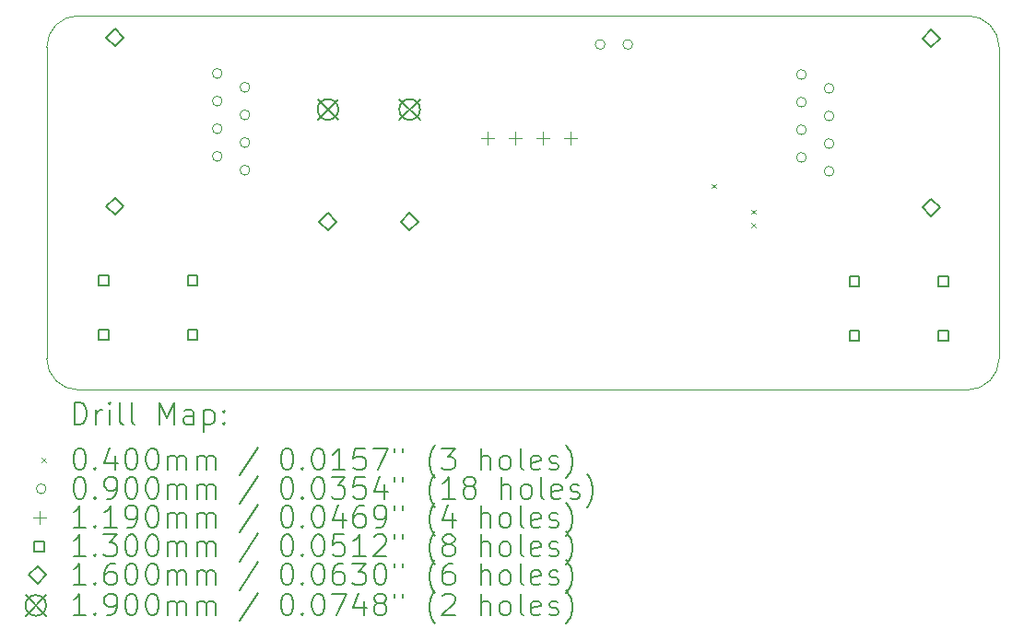
<source format=gbr>
%TF.GenerationSoftware,KiCad,Pcbnew,8.0.0*%
%TF.CreationDate,2024-12-06T13:07:06-06:00*%
%TF.ProjectId,led_segment,6c65645f-7365-4676-9d65-6e742e6b6963,rev?*%
%TF.SameCoordinates,Original*%
%TF.FileFunction,Drillmap*%
%TF.FilePolarity,Positive*%
%FSLAX45Y45*%
G04 Gerber Fmt 4.5, Leading zero omitted, Abs format (unit mm)*
G04 Created by KiCad (PCBNEW 8.0.0) date 2024-12-06 13:07:06*
%MOMM*%
%LPD*%
G01*
G04 APERTURE LIST*
%ADD10C,0.100000*%
%ADD11C,0.200000*%
%ADD12C,0.119000*%
%ADD13C,0.130000*%
%ADD14C,0.160000*%
%ADD15C,0.190000*%
G04 APERTURE END LIST*
D10*
X14560400Y-15437000D02*
X22726500Y-15437000D01*
X14268300Y-12287400D02*
G75*
G02*
X14560400Y-11995300I292100J0D01*
G01*
X23018600Y-15144900D02*
G75*
G02*
X22726500Y-15437000I-292100J0D01*
G01*
X22726500Y-11995300D02*
X14560400Y-11995300D01*
X14268300Y-15144900D02*
X14268300Y-12287400D01*
X14560400Y-15437000D02*
G75*
G02*
X14268300Y-15144900I0J292100D01*
G01*
X23018600Y-15144900D02*
X23018600Y-12287400D01*
X22726500Y-11995300D02*
G75*
G02*
X23018600Y-12287400I0J-292100D01*
G01*
D11*
D10*
X20377500Y-13542500D02*
X20417500Y-13582500D01*
X20417500Y-13542500D02*
X20377500Y-13582500D01*
X20742500Y-13780000D02*
X20782500Y-13820000D01*
X20782500Y-13780000D02*
X20742500Y-13820000D01*
X20742500Y-13902500D02*
X20782500Y-13942500D01*
X20782500Y-13902500D02*
X20742500Y-13942500D01*
X15880000Y-12527000D02*
G75*
G02*
X15790000Y-12527000I-45000J0D01*
G01*
X15790000Y-12527000D02*
G75*
G02*
X15880000Y-12527000I45000J0D01*
G01*
X15880000Y-12781000D02*
G75*
G02*
X15790000Y-12781000I-45000J0D01*
G01*
X15790000Y-12781000D02*
G75*
G02*
X15880000Y-12781000I45000J0D01*
G01*
X15880000Y-13035000D02*
G75*
G02*
X15790000Y-13035000I-45000J0D01*
G01*
X15790000Y-13035000D02*
G75*
G02*
X15880000Y-13035000I45000J0D01*
G01*
X15880000Y-13289000D02*
G75*
G02*
X15790000Y-13289000I-45000J0D01*
G01*
X15790000Y-13289000D02*
G75*
G02*
X15880000Y-13289000I45000J0D01*
G01*
X16134000Y-12654000D02*
G75*
G02*
X16044000Y-12654000I-45000J0D01*
G01*
X16044000Y-12654000D02*
G75*
G02*
X16134000Y-12654000I45000J0D01*
G01*
X16134000Y-12908000D02*
G75*
G02*
X16044000Y-12908000I-45000J0D01*
G01*
X16044000Y-12908000D02*
G75*
G02*
X16134000Y-12908000I45000J0D01*
G01*
X16134000Y-13162000D02*
G75*
G02*
X16044000Y-13162000I-45000J0D01*
G01*
X16044000Y-13162000D02*
G75*
G02*
X16134000Y-13162000I45000J0D01*
G01*
X16134000Y-13416000D02*
G75*
G02*
X16044000Y-13416000I-45000J0D01*
G01*
X16044000Y-13416000D02*
G75*
G02*
X16134000Y-13416000I45000J0D01*
G01*
X19397500Y-12260000D02*
G75*
G02*
X19307500Y-12260000I-45000J0D01*
G01*
X19307500Y-12260000D02*
G75*
G02*
X19397500Y-12260000I45000J0D01*
G01*
X19651500Y-12260000D02*
G75*
G02*
X19561500Y-12260000I-45000J0D01*
G01*
X19561500Y-12260000D02*
G75*
G02*
X19651500Y-12260000I45000J0D01*
G01*
X21246000Y-12537000D02*
G75*
G02*
X21156000Y-12537000I-45000J0D01*
G01*
X21156000Y-12537000D02*
G75*
G02*
X21246000Y-12537000I45000J0D01*
G01*
X21246000Y-12791000D02*
G75*
G02*
X21156000Y-12791000I-45000J0D01*
G01*
X21156000Y-12791000D02*
G75*
G02*
X21246000Y-12791000I45000J0D01*
G01*
X21246000Y-13045000D02*
G75*
G02*
X21156000Y-13045000I-45000J0D01*
G01*
X21156000Y-13045000D02*
G75*
G02*
X21246000Y-13045000I45000J0D01*
G01*
X21246000Y-13299000D02*
G75*
G02*
X21156000Y-13299000I-45000J0D01*
G01*
X21156000Y-13299000D02*
G75*
G02*
X21246000Y-13299000I45000J0D01*
G01*
X21500000Y-12664000D02*
G75*
G02*
X21410000Y-12664000I-45000J0D01*
G01*
X21410000Y-12664000D02*
G75*
G02*
X21500000Y-12664000I45000J0D01*
G01*
X21500000Y-12918000D02*
G75*
G02*
X21410000Y-12918000I-45000J0D01*
G01*
X21410000Y-12918000D02*
G75*
G02*
X21500000Y-12918000I45000J0D01*
G01*
X21500000Y-13172000D02*
G75*
G02*
X21410000Y-13172000I-45000J0D01*
G01*
X21410000Y-13172000D02*
G75*
G02*
X21500000Y-13172000I45000J0D01*
G01*
X21500000Y-13426000D02*
G75*
G02*
X21410000Y-13426000I-45000J0D01*
G01*
X21410000Y-13426000D02*
G75*
G02*
X21500000Y-13426000I45000J0D01*
G01*
D12*
X18317000Y-13065500D02*
X18317000Y-13184500D01*
X18257500Y-13125000D02*
X18376500Y-13125000D01*
X18571000Y-13065500D02*
X18571000Y-13184500D01*
X18511500Y-13125000D02*
X18630500Y-13125000D01*
X18825000Y-13065500D02*
X18825000Y-13184500D01*
X18765500Y-13125000D02*
X18884500Y-13125000D01*
X19079000Y-13065500D02*
X19079000Y-13184500D01*
X19019500Y-13125000D02*
X19138500Y-13125000D01*
D13*
X14834962Y-14473562D02*
X14834962Y-14381638D01*
X14743038Y-14381638D01*
X14743038Y-14473562D01*
X14834962Y-14473562D01*
X14834962Y-14973562D02*
X14834962Y-14881638D01*
X14743038Y-14881638D01*
X14743038Y-14973562D01*
X14834962Y-14973562D01*
X15654962Y-14473562D02*
X15654962Y-14381638D01*
X15563038Y-14381638D01*
X15563038Y-14473562D01*
X15654962Y-14473562D01*
X15654962Y-14973562D02*
X15654962Y-14881638D01*
X15563038Y-14881638D01*
X15563038Y-14973562D01*
X15654962Y-14973562D01*
X21734162Y-14480961D02*
X21734162Y-14389036D01*
X21642238Y-14389036D01*
X21642238Y-14480961D01*
X21734162Y-14480961D01*
X21734162Y-14980961D02*
X21734162Y-14889036D01*
X21642238Y-14889036D01*
X21642238Y-14980961D01*
X21734162Y-14980961D01*
X22554162Y-14480961D02*
X22554162Y-14389036D01*
X22462238Y-14389036D01*
X22462238Y-14480961D01*
X22554162Y-14480961D01*
X22554162Y-14980961D02*
X22554162Y-14889036D01*
X22462238Y-14889036D01*
X22462238Y-14980961D01*
X22554162Y-14980961D01*
D14*
X14895000Y-12274500D02*
X14975000Y-12194500D01*
X14895000Y-12114500D01*
X14815000Y-12194500D01*
X14895000Y-12274500D01*
X14895000Y-13828500D02*
X14975000Y-13748500D01*
X14895000Y-13668500D01*
X14815000Y-13748500D01*
X14895000Y-13828500D01*
X16852400Y-13968100D02*
X16932400Y-13888100D01*
X16852400Y-13808100D01*
X16772400Y-13888100D01*
X16852400Y-13968100D01*
X17602400Y-13968100D02*
X17682400Y-13888100D01*
X17602400Y-13808100D01*
X17522400Y-13888100D01*
X17602400Y-13968100D01*
X22395000Y-12284500D02*
X22475000Y-12204500D01*
X22395000Y-12124500D01*
X22315000Y-12204500D01*
X22395000Y-12284500D01*
X22395000Y-13838500D02*
X22475000Y-13758500D01*
X22395000Y-13678500D01*
X22315000Y-13758500D01*
X22395000Y-13838500D01*
D15*
X16757400Y-12763100D02*
X16947400Y-12953100D01*
X16947400Y-12763100D02*
X16757400Y-12953100D01*
X16947400Y-12858100D02*
G75*
G02*
X16757400Y-12858100I-95000J0D01*
G01*
X16757400Y-12858100D02*
G75*
G02*
X16947400Y-12858100I95000J0D01*
G01*
X17507400Y-12763100D02*
X17697400Y-12953100D01*
X17697400Y-12763100D02*
X17507400Y-12953100D01*
X17697400Y-12858100D02*
G75*
G02*
X17507400Y-12858100I-95000J0D01*
G01*
X17507400Y-12858100D02*
G75*
G02*
X17697400Y-12858100I95000J0D01*
G01*
D11*
X14524077Y-15753484D02*
X14524077Y-15553484D01*
X14524077Y-15553484D02*
X14571696Y-15553484D01*
X14571696Y-15553484D02*
X14600267Y-15563008D01*
X14600267Y-15563008D02*
X14619315Y-15582055D01*
X14619315Y-15582055D02*
X14628839Y-15601103D01*
X14628839Y-15601103D02*
X14638362Y-15639198D01*
X14638362Y-15639198D02*
X14638362Y-15667769D01*
X14638362Y-15667769D02*
X14628839Y-15705865D01*
X14628839Y-15705865D02*
X14619315Y-15724912D01*
X14619315Y-15724912D02*
X14600267Y-15743960D01*
X14600267Y-15743960D02*
X14571696Y-15753484D01*
X14571696Y-15753484D02*
X14524077Y-15753484D01*
X14724077Y-15753484D02*
X14724077Y-15620150D01*
X14724077Y-15658246D02*
X14733601Y-15639198D01*
X14733601Y-15639198D02*
X14743124Y-15629674D01*
X14743124Y-15629674D02*
X14762172Y-15620150D01*
X14762172Y-15620150D02*
X14781220Y-15620150D01*
X14847886Y-15753484D02*
X14847886Y-15620150D01*
X14847886Y-15553484D02*
X14838362Y-15563008D01*
X14838362Y-15563008D02*
X14847886Y-15572531D01*
X14847886Y-15572531D02*
X14857410Y-15563008D01*
X14857410Y-15563008D02*
X14847886Y-15553484D01*
X14847886Y-15553484D02*
X14847886Y-15572531D01*
X14971696Y-15753484D02*
X14952648Y-15743960D01*
X14952648Y-15743960D02*
X14943124Y-15724912D01*
X14943124Y-15724912D02*
X14943124Y-15553484D01*
X15076458Y-15753484D02*
X15057410Y-15743960D01*
X15057410Y-15743960D02*
X15047886Y-15724912D01*
X15047886Y-15724912D02*
X15047886Y-15553484D01*
X15305029Y-15753484D02*
X15305029Y-15553484D01*
X15305029Y-15553484D02*
X15371696Y-15696341D01*
X15371696Y-15696341D02*
X15438362Y-15553484D01*
X15438362Y-15553484D02*
X15438362Y-15753484D01*
X15619315Y-15753484D02*
X15619315Y-15648722D01*
X15619315Y-15648722D02*
X15609791Y-15629674D01*
X15609791Y-15629674D02*
X15590743Y-15620150D01*
X15590743Y-15620150D02*
X15552648Y-15620150D01*
X15552648Y-15620150D02*
X15533601Y-15629674D01*
X15619315Y-15743960D02*
X15600267Y-15753484D01*
X15600267Y-15753484D02*
X15552648Y-15753484D01*
X15552648Y-15753484D02*
X15533601Y-15743960D01*
X15533601Y-15743960D02*
X15524077Y-15724912D01*
X15524077Y-15724912D02*
X15524077Y-15705865D01*
X15524077Y-15705865D02*
X15533601Y-15686817D01*
X15533601Y-15686817D02*
X15552648Y-15677293D01*
X15552648Y-15677293D02*
X15600267Y-15677293D01*
X15600267Y-15677293D02*
X15619315Y-15667769D01*
X15714553Y-15620150D02*
X15714553Y-15820150D01*
X15714553Y-15629674D02*
X15733601Y-15620150D01*
X15733601Y-15620150D02*
X15771696Y-15620150D01*
X15771696Y-15620150D02*
X15790743Y-15629674D01*
X15790743Y-15629674D02*
X15800267Y-15639198D01*
X15800267Y-15639198D02*
X15809791Y-15658246D01*
X15809791Y-15658246D02*
X15809791Y-15715388D01*
X15809791Y-15715388D02*
X15800267Y-15734436D01*
X15800267Y-15734436D02*
X15790743Y-15743960D01*
X15790743Y-15743960D02*
X15771696Y-15753484D01*
X15771696Y-15753484D02*
X15733601Y-15753484D01*
X15733601Y-15753484D02*
X15714553Y-15743960D01*
X15895505Y-15734436D02*
X15905029Y-15743960D01*
X15905029Y-15743960D02*
X15895505Y-15753484D01*
X15895505Y-15753484D02*
X15885982Y-15743960D01*
X15885982Y-15743960D02*
X15895505Y-15734436D01*
X15895505Y-15734436D02*
X15895505Y-15753484D01*
X15895505Y-15629674D02*
X15905029Y-15639198D01*
X15905029Y-15639198D02*
X15895505Y-15648722D01*
X15895505Y-15648722D02*
X15885982Y-15639198D01*
X15885982Y-15639198D02*
X15895505Y-15629674D01*
X15895505Y-15629674D02*
X15895505Y-15648722D01*
D10*
X14223300Y-16062000D02*
X14263300Y-16102000D01*
X14263300Y-16062000D02*
X14223300Y-16102000D01*
D11*
X14562172Y-15973484D02*
X14581220Y-15973484D01*
X14581220Y-15973484D02*
X14600267Y-15983008D01*
X14600267Y-15983008D02*
X14609791Y-15992531D01*
X14609791Y-15992531D02*
X14619315Y-16011579D01*
X14619315Y-16011579D02*
X14628839Y-16049674D01*
X14628839Y-16049674D02*
X14628839Y-16097293D01*
X14628839Y-16097293D02*
X14619315Y-16135388D01*
X14619315Y-16135388D02*
X14609791Y-16154436D01*
X14609791Y-16154436D02*
X14600267Y-16163960D01*
X14600267Y-16163960D02*
X14581220Y-16173484D01*
X14581220Y-16173484D02*
X14562172Y-16173484D01*
X14562172Y-16173484D02*
X14543124Y-16163960D01*
X14543124Y-16163960D02*
X14533601Y-16154436D01*
X14533601Y-16154436D02*
X14524077Y-16135388D01*
X14524077Y-16135388D02*
X14514553Y-16097293D01*
X14514553Y-16097293D02*
X14514553Y-16049674D01*
X14514553Y-16049674D02*
X14524077Y-16011579D01*
X14524077Y-16011579D02*
X14533601Y-15992531D01*
X14533601Y-15992531D02*
X14543124Y-15983008D01*
X14543124Y-15983008D02*
X14562172Y-15973484D01*
X14714553Y-16154436D02*
X14724077Y-16163960D01*
X14724077Y-16163960D02*
X14714553Y-16173484D01*
X14714553Y-16173484D02*
X14705029Y-16163960D01*
X14705029Y-16163960D02*
X14714553Y-16154436D01*
X14714553Y-16154436D02*
X14714553Y-16173484D01*
X14895505Y-16040150D02*
X14895505Y-16173484D01*
X14847886Y-15963960D02*
X14800267Y-16106817D01*
X14800267Y-16106817D02*
X14924077Y-16106817D01*
X15038362Y-15973484D02*
X15057410Y-15973484D01*
X15057410Y-15973484D02*
X15076458Y-15983008D01*
X15076458Y-15983008D02*
X15085982Y-15992531D01*
X15085982Y-15992531D02*
X15095505Y-16011579D01*
X15095505Y-16011579D02*
X15105029Y-16049674D01*
X15105029Y-16049674D02*
X15105029Y-16097293D01*
X15105029Y-16097293D02*
X15095505Y-16135388D01*
X15095505Y-16135388D02*
X15085982Y-16154436D01*
X15085982Y-16154436D02*
X15076458Y-16163960D01*
X15076458Y-16163960D02*
X15057410Y-16173484D01*
X15057410Y-16173484D02*
X15038362Y-16173484D01*
X15038362Y-16173484D02*
X15019315Y-16163960D01*
X15019315Y-16163960D02*
X15009791Y-16154436D01*
X15009791Y-16154436D02*
X15000267Y-16135388D01*
X15000267Y-16135388D02*
X14990743Y-16097293D01*
X14990743Y-16097293D02*
X14990743Y-16049674D01*
X14990743Y-16049674D02*
X15000267Y-16011579D01*
X15000267Y-16011579D02*
X15009791Y-15992531D01*
X15009791Y-15992531D02*
X15019315Y-15983008D01*
X15019315Y-15983008D02*
X15038362Y-15973484D01*
X15228839Y-15973484D02*
X15247886Y-15973484D01*
X15247886Y-15973484D02*
X15266934Y-15983008D01*
X15266934Y-15983008D02*
X15276458Y-15992531D01*
X15276458Y-15992531D02*
X15285982Y-16011579D01*
X15285982Y-16011579D02*
X15295505Y-16049674D01*
X15295505Y-16049674D02*
X15295505Y-16097293D01*
X15295505Y-16097293D02*
X15285982Y-16135388D01*
X15285982Y-16135388D02*
X15276458Y-16154436D01*
X15276458Y-16154436D02*
X15266934Y-16163960D01*
X15266934Y-16163960D02*
X15247886Y-16173484D01*
X15247886Y-16173484D02*
X15228839Y-16173484D01*
X15228839Y-16173484D02*
X15209791Y-16163960D01*
X15209791Y-16163960D02*
X15200267Y-16154436D01*
X15200267Y-16154436D02*
X15190743Y-16135388D01*
X15190743Y-16135388D02*
X15181220Y-16097293D01*
X15181220Y-16097293D02*
X15181220Y-16049674D01*
X15181220Y-16049674D02*
X15190743Y-16011579D01*
X15190743Y-16011579D02*
X15200267Y-15992531D01*
X15200267Y-15992531D02*
X15209791Y-15983008D01*
X15209791Y-15983008D02*
X15228839Y-15973484D01*
X15381220Y-16173484D02*
X15381220Y-16040150D01*
X15381220Y-16059198D02*
X15390743Y-16049674D01*
X15390743Y-16049674D02*
X15409791Y-16040150D01*
X15409791Y-16040150D02*
X15438363Y-16040150D01*
X15438363Y-16040150D02*
X15457410Y-16049674D01*
X15457410Y-16049674D02*
X15466934Y-16068722D01*
X15466934Y-16068722D02*
X15466934Y-16173484D01*
X15466934Y-16068722D02*
X15476458Y-16049674D01*
X15476458Y-16049674D02*
X15495505Y-16040150D01*
X15495505Y-16040150D02*
X15524077Y-16040150D01*
X15524077Y-16040150D02*
X15543124Y-16049674D01*
X15543124Y-16049674D02*
X15552648Y-16068722D01*
X15552648Y-16068722D02*
X15552648Y-16173484D01*
X15647886Y-16173484D02*
X15647886Y-16040150D01*
X15647886Y-16059198D02*
X15657410Y-16049674D01*
X15657410Y-16049674D02*
X15676458Y-16040150D01*
X15676458Y-16040150D02*
X15705029Y-16040150D01*
X15705029Y-16040150D02*
X15724077Y-16049674D01*
X15724077Y-16049674D02*
X15733601Y-16068722D01*
X15733601Y-16068722D02*
X15733601Y-16173484D01*
X15733601Y-16068722D02*
X15743124Y-16049674D01*
X15743124Y-16049674D02*
X15762172Y-16040150D01*
X15762172Y-16040150D02*
X15790743Y-16040150D01*
X15790743Y-16040150D02*
X15809791Y-16049674D01*
X15809791Y-16049674D02*
X15819315Y-16068722D01*
X15819315Y-16068722D02*
X15819315Y-16173484D01*
X16209791Y-15963960D02*
X16038363Y-16221103D01*
X16466934Y-15973484D02*
X16485982Y-15973484D01*
X16485982Y-15973484D02*
X16505029Y-15983008D01*
X16505029Y-15983008D02*
X16514553Y-15992531D01*
X16514553Y-15992531D02*
X16524077Y-16011579D01*
X16524077Y-16011579D02*
X16533601Y-16049674D01*
X16533601Y-16049674D02*
X16533601Y-16097293D01*
X16533601Y-16097293D02*
X16524077Y-16135388D01*
X16524077Y-16135388D02*
X16514553Y-16154436D01*
X16514553Y-16154436D02*
X16505029Y-16163960D01*
X16505029Y-16163960D02*
X16485982Y-16173484D01*
X16485982Y-16173484D02*
X16466934Y-16173484D01*
X16466934Y-16173484D02*
X16447886Y-16163960D01*
X16447886Y-16163960D02*
X16438363Y-16154436D01*
X16438363Y-16154436D02*
X16428839Y-16135388D01*
X16428839Y-16135388D02*
X16419315Y-16097293D01*
X16419315Y-16097293D02*
X16419315Y-16049674D01*
X16419315Y-16049674D02*
X16428839Y-16011579D01*
X16428839Y-16011579D02*
X16438363Y-15992531D01*
X16438363Y-15992531D02*
X16447886Y-15983008D01*
X16447886Y-15983008D02*
X16466934Y-15973484D01*
X16619315Y-16154436D02*
X16628839Y-16163960D01*
X16628839Y-16163960D02*
X16619315Y-16173484D01*
X16619315Y-16173484D02*
X16609791Y-16163960D01*
X16609791Y-16163960D02*
X16619315Y-16154436D01*
X16619315Y-16154436D02*
X16619315Y-16173484D01*
X16752648Y-15973484D02*
X16771696Y-15973484D01*
X16771696Y-15973484D02*
X16790744Y-15983008D01*
X16790744Y-15983008D02*
X16800268Y-15992531D01*
X16800268Y-15992531D02*
X16809791Y-16011579D01*
X16809791Y-16011579D02*
X16819315Y-16049674D01*
X16819315Y-16049674D02*
X16819315Y-16097293D01*
X16819315Y-16097293D02*
X16809791Y-16135388D01*
X16809791Y-16135388D02*
X16800268Y-16154436D01*
X16800268Y-16154436D02*
X16790744Y-16163960D01*
X16790744Y-16163960D02*
X16771696Y-16173484D01*
X16771696Y-16173484D02*
X16752648Y-16173484D01*
X16752648Y-16173484D02*
X16733601Y-16163960D01*
X16733601Y-16163960D02*
X16724077Y-16154436D01*
X16724077Y-16154436D02*
X16714553Y-16135388D01*
X16714553Y-16135388D02*
X16705029Y-16097293D01*
X16705029Y-16097293D02*
X16705029Y-16049674D01*
X16705029Y-16049674D02*
X16714553Y-16011579D01*
X16714553Y-16011579D02*
X16724077Y-15992531D01*
X16724077Y-15992531D02*
X16733601Y-15983008D01*
X16733601Y-15983008D02*
X16752648Y-15973484D01*
X17009791Y-16173484D02*
X16895506Y-16173484D01*
X16952648Y-16173484D02*
X16952648Y-15973484D01*
X16952648Y-15973484D02*
X16933601Y-16002055D01*
X16933601Y-16002055D02*
X16914553Y-16021103D01*
X16914553Y-16021103D02*
X16895506Y-16030627D01*
X17190744Y-15973484D02*
X17095506Y-15973484D01*
X17095506Y-15973484D02*
X17085982Y-16068722D01*
X17085982Y-16068722D02*
X17095506Y-16059198D01*
X17095506Y-16059198D02*
X17114553Y-16049674D01*
X17114553Y-16049674D02*
X17162172Y-16049674D01*
X17162172Y-16049674D02*
X17181220Y-16059198D01*
X17181220Y-16059198D02*
X17190744Y-16068722D01*
X17190744Y-16068722D02*
X17200268Y-16087769D01*
X17200268Y-16087769D02*
X17200268Y-16135388D01*
X17200268Y-16135388D02*
X17190744Y-16154436D01*
X17190744Y-16154436D02*
X17181220Y-16163960D01*
X17181220Y-16163960D02*
X17162172Y-16173484D01*
X17162172Y-16173484D02*
X17114553Y-16173484D01*
X17114553Y-16173484D02*
X17095506Y-16163960D01*
X17095506Y-16163960D02*
X17085982Y-16154436D01*
X17266934Y-15973484D02*
X17400268Y-15973484D01*
X17400268Y-15973484D02*
X17314553Y-16173484D01*
X17466934Y-15973484D02*
X17466934Y-16011579D01*
X17543125Y-15973484D02*
X17543125Y-16011579D01*
X17838363Y-16249674D02*
X17828839Y-16240150D01*
X17828839Y-16240150D02*
X17809791Y-16211579D01*
X17809791Y-16211579D02*
X17800268Y-16192531D01*
X17800268Y-16192531D02*
X17790744Y-16163960D01*
X17790744Y-16163960D02*
X17781220Y-16116341D01*
X17781220Y-16116341D02*
X17781220Y-16078246D01*
X17781220Y-16078246D02*
X17790744Y-16030627D01*
X17790744Y-16030627D02*
X17800268Y-16002055D01*
X17800268Y-16002055D02*
X17809791Y-15983008D01*
X17809791Y-15983008D02*
X17828839Y-15954436D01*
X17828839Y-15954436D02*
X17838363Y-15944912D01*
X17895506Y-15973484D02*
X18019315Y-15973484D01*
X18019315Y-15973484D02*
X17952649Y-16049674D01*
X17952649Y-16049674D02*
X17981220Y-16049674D01*
X17981220Y-16049674D02*
X18000268Y-16059198D01*
X18000268Y-16059198D02*
X18009791Y-16068722D01*
X18009791Y-16068722D02*
X18019315Y-16087769D01*
X18019315Y-16087769D02*
X18019315Y-16135388D01*
X18019315Y-16135388D02*
X18009791Y-16154436D01*
X18009791Y-16154436D02*
X18000268Y-16163960D01*
X18000268Y-16163960D02*
X17981220Y-16173484D01*
X17981220Y-16173484D02*
X17924077Y-16173484D01*
X17924077Y-16173484D02*
X17905030Y-16163960D01*
X17905030Y-16163960D02*
X17895506Y-16154436D01*
X18257411Y-16173484D02*
X18257411Y-15973484D01*
X18343125Y-16173484D02*
X18343125Y-16068722D01*
X18343125Y-16068722D02*
X18333601Y-16049674D01*
X18333601Y-16049674D02*
X18314553Y-16040150D01*
X18314553Y-16040150D02*
X18285982Y-16040150D01*
X18285982Y-16040150D02*
X18266934Y-16049674D01*
X18266934Y-16049674D02*
X18257411Y-16059198D01*
X18466934Y-16173484D02*
X18447887Y-16163960D01*
X18447887Y-16163960D02*
X18438363Y-16154436D01*
X18438363Y-16154436D02*
X18428839Y-16135388D01*
X18428839Y-16135388D02*
X18428839Y-16078246D01*
X18428839Y-16078246D02*
X18438363Y-16059198D01*
X18438363Y-16059198D02*
X18447887Y-16049674D01*
X18447887Y-16049674D02*
X18466934Y-16040150D01*
X18466934Y-16040150D02*
X18495506Y-16040150D01*
X18495506Y-16040150D02*
X18514553Y-16049674D01*
X18514553Y-16049674D02*
X18524077Y-16059198D01*
X18524077Y-16059198D02*
X18533601Y-16078246D01*
X18533601Y-16078246D02*
X18533601Y-16135388D01*
X18533601Y-16135388D02*
X18524077Y-16154436D01*
X18524077Y-16154436D02*
X18514553Y-16163960D01*
X18514553Y-16163960D02*
X18495506Y-16173484D01*
X18495506Y-16173484D02*
X18466934Y-16173484D01*
X18647887Y-16173484D02*
X18628839Y-16163960D01*
X18628839Y-16163960D02*
X18619315Y-16144912D01*
X18619315Y-16144912D02*
X18619315Y-15973484D01*
X18800268Y-16163960D02*
X18781220Y-16173484D01*
X18781220Y-16173484D02*
X18743125Y-16173484D01*
X18743125Y-16173484D02*
X18724077Y-16163960D01*
X18724077Y-16163960D02*
X18714553Y-16144912D01*
X18714553Y-16144912D02*
X18714553Y-16068722D01*
X18714553Y-16068722D02*
X18724077Y-16049674D01*
X18724077Y-16049674D02*
X18743125Y-16040150D01*
X18743125Y-16040150D02*
X18781220Y-16040150D01*
X18781220Y-16040150D02*
X18800268Y-16049674D01*
X18800268Y-16049674D02*
X18809792Y-16068722D01*
X18809792Y-16068722D02*
X18809792Y-16087769D01*
X18809792Y-16087769D02*
X18714553Y-16106817D01*
X18885982Y-16163960D02*
X18905030Y-16173484D01*
X18905030Y-16173484D02*
X18943125Y-16173484D01*
X18943125Y-16173484D02*
X18962173Y-16163960D01*
X18962173Y-16163960D02*
X18971696Y-16144912D01*
X18971696Y-16144912D02*
X18971696Y-16135388D01*
X18971696Y-16135388D02*
X18962173Y-16116341D01*
X18962173Y-16116341D02*
X18943125Y-16106817D01*
X18943125Y-16106817D02*
X18914553Y-16106817D01*
X18914553Y-16106817D02*
X18895506Y-16097293D01*
X18895506Y-16097293D02*
X18885982Y-16078246D01*
X18885982Y-16078246D02*
X18885982Y-16068722D01*
X18885982Y-16068722D02*
X18895506Y-16049674D01*
X18895506Y-16049674D02*
X18914553Y-16040150D01*
X18914553Y-16040150D02*
X18943125Y-16040150D01*
X18943125Y-16040150D02*
X18962173Y-16049674D01*
X19038363Y-16249674D02*
X19047887Y-16240150D01*
X19047887Y-16240150D02*
X19066934Y-16211579D01*
X19066934Y-16211579D02*
X19076458Y-16192531D01*
X19076458Y-16192531D02*
X19085982Y-16163960D01*
X19085982Y-16163960D02*
X19095506Y-16116341D01*
X19095506Y-16116341D02*
X19095506Y-16078246D01*
X19095506Y-16078246D02*
X19085982Y-16030627D01*
X19085982Y-16030627D02*
X19076458Y-16002055D01*
X19076458Y-16002055D02*
X19066934Y-15983008D01*
X19066934Y-15983008D02*
X19047887Y-15954436D01*
X19047887Y-15954436D02*
X19038363Y-15944912D01*
D10*
X14263300Y-16346000D02*
G75*
G02*
X14173300Y-16346000I-45000J0D01*
G01*
X14173300Y-16346000D02*
G75*
G02*
X14263300Y-16346000I45000J0D01*
G01*
D11*
X14562172Y-16237484D02*
X14581220Y-16237484D01*
X14581220Y-16237484D02*
X14600267Y-16247008D01*
X14600267Y-16247008D02*
X14609791Y-16256531D01*
X14609791Y-16256531D02*
X14619315Y-16275579D01*
X14619315Y-16275579D02*
X14628839Y-16313674D01*
X14628839Y-16313674D02*
X14628839Y-16361293D01*
X14628839Y-16361293D02*
X14619315Y-16399388D01*
X14619315Y-16399388D02*
X14609791Y-16418436D01*
X14609791Y-16418436D02*
X14600267Y-16427960D01*
X14600267Y-16427960D02*
X14581220Y-16437484D01*
X14581220Y-16437484D02*
X14562172Y-16437484D01*
X14562172Y-16437484D02*
X14543124Y-16427960D01*
X14543124Y-16427960D02*
X14533601Y-16418436D01*
X14533601Y-16418436D02*
X14524077Y-16399388D01*
X14524077Y-16399388D02*
X14514553Y-16361293D01*
X14514553Y-16361293D02*
X14514553Y-16313674D01*
X14514553Y-16313674D02*
X14524077Y-16275579D01*
X14524077Y-16275579D02*
X14533601Y-16256531D01*
X14533601Y-16256531D02*
X14543124Y-16247008D01*
X14543124Y-16247008D02*
X14562172Y-16237484D01*
X14714553Y-16418436D02*
X14724077Y-16427960D01*
X14724077Y-16427960D02*
X14714553Y-16437484D01*
X14714553Y-16437484D02*
X14705029Y-16427960D01*
X14705029Y-16427960D02*
X14714553Y-16418436D01*
X14714553Y-16418436D02*
X14714553Y-16437484D01*
X14819315Y-16437484D02*
X14857410Y-16437484D01*
X14857410Y-16437484D02*
X14876458Y-16427960D01*
X14876458Y-16427960D02*
X14885982Y-16418436D01*
X14885982Y-16418436D02*
X14905029Y-16389865D01*
X14905029Y-16389865D02*
X14914553Y-16351769D01*
X14914553Y-16351769D02*
X14914553Y-16275579D01*
X14914553Y-16275579D02*
X14905029Y-16256531D01*
X14905029Y-16256531D02*
X14895505Y-16247008D01*
X14895505Y-16247008D02*
X14876458Y-16237484D01*
X14876458Y-16237484D02*
X14838362Y-16237484D01*
X14838362Y-16237484D02*
X14819315Y-16247008D01*
X14819315Y-16247008D02*
X14809791Y-16256531D01*
X14809791Y-16256531D02*
X14800267Y-16275579D01*
X14800267Y-16275579D02*
X14800267Y-16323198D01*
X14800267Y-16323198D02*
X14809791Y-16342246D01*
X14809791Y-16342246D02*
X14819315Y-16351769D01*
X14819315Y-16351769D02*
X14838362Y-16361293D01*
X14838362Y-16361293D02*
X14876458Y-16361293D01*
X14876458Y-16361293D02*
X14895505Y-16351769D01*
X14895505Y-16351769D02*
X14905029Y-16342246D01*
X14905029Y-16342246D02*
X14914553Y-16323198D01*
X15038362Y-16237484D02*
X15057410Y-16237484D01*
X15057410Y-16237484D02*
X15076458Y-16247008D01*
X15076458Y-16247008D02*
X15085982Y-16256531D01*
X15085982Y-16256531D02*
X15095505Y-16275579D01*
X15095505Y-16275579D02*
X15105029Y-16313674D01*
X15105029Y-16313674D02*
X15105029Y-16361293D01*
X15105029Y-16361293D02*
X15095505Y-16399388D01*
X15095505Y-16399388D02*
X15085982Y-16418436D01*
X15085982Y-16418436D02*
X15076458Y-16427960D01*
X15076458Y-16427960D02*
X15057410Y-16437484D01*
X15057410Y-16437484D02*
X15038362Y-16437484D01*
X15038362Y-16437484D02*
X15019315Y-16427960D01*
X15019315Y-16427960D02*
X15009791Y-16418436D01*
X15009791Y-16418436D02*
X15000267Y-16399388D01*
X15000267Y-16399388D02*
X14990743Y-16361293D01*
X14990743Y-16361293D02*
X14990743Y-16313674D01*
X14990743Y-16313674D02*
X15000267Y-16275579D01*
X15000267Y-16275579D02*
X15009791Y-16256531D01*
X15009791Y-16256531D02*
X15019315Y-16247008D01*
X15019315Y-16247008D02*
X15038362Y-16237484D01*
X15228839Y-16237484D02*
X15247886Y-16237484D01*
X15247886Y-16237484D02*
X15266934Y-16247008D01*
X15266934Y-16247008D02*
X15276458Y-16256531D01*
X15276458Y-16256531D02*
X15285982Y-16275579D01*
X15285982Y-16275579D02*
X15295505Y-16313674D01*
X15295505Y-16313674D02*
X15295505Y-16361293D01*
X15295505Y-16361293D02*
X15285982Y-16399388D01*
X15285982Y-16399388D02*
X15276458Y-16418436D01*
X15276458Y-16418436D02*
X15266934Y-16427960D01*
X15266934Y-16427960D02*
X15247886Y-16437484D01*
X15247886Y-16437484D02*
X15228839Y-16437484D01*
X15228839Y-16437484D02*
X15209791Y-16427960D01*
X15209791Y-16427960D02*
X15200267Y-16418436D01*
X15200267Y-16418436D02*
X15190743Y-16399388D01*
X15190743Y-16399388D02*
X15181220Y-16361293D01*
X15181220Y-16361293D02*
X15181220Y-16313674D01*
X15181220Y-16313674D02*
X15190743Y-16275579D01*
X15190743Y-16275579D02*
X15200267Y-16256531D01*
X15200267Y-16256531D02*
X15209791Y-16247008D01*
X15209791Y-16247008D02*
X15228839Y-16237484D01*
X15381220Y-16437484D02*
X15381220Y-16304150D01*
X15381220Y-16323198D02*
X15390743Y-16313674D01*
X15390743Y-16313674D02*
X15409791Y-16304150D01*
X15409791Y-16304150D02*
X15438363Y-16304150D01*
X15438363Y-16304150D02*
X15457410Y-16313674D01*
X15457410Y-16313674D02*
X15466934Y-16332722D01*
X15466934Y-16332722D02*
X15466934Y-16437484D01*
X15466934Y-16332722D02*
X15476458Y-16313674D01*
X15476458Y-16313674D02*
X15495505Y-16304150D01*
X15495505Y-16304150D02*
X15524077Y-16304150D01*
X15524077Y-16304150D02*
X15543124Y-16313674D01*
X15543124Y-16313674D02*
X15552648Y-16332722D01*
X15552648Y-16332722D02*
X15552648Y-16437484D01*
X15647886Y-16437484D02*
X15647886Y-16304150D01*
X15647886Y-16323198D02*
X15657410Y-16313674D01*
X15657410Y-16313674D02*
X15676458Y-16304150D01*
X15676458Y-16304150D02*
X15705029Y-16304150D01*
X15705029Y-16304150D02*
X15724077Y-16313674D01*
X15724077Y-16313674D02*
X15733601Y-16332722D01*
X15733601Y-16332722D02*
X15733601Y-16437484D01*
X15733601Y-16332722D02*
X15743124Y-16313674D01*
X15743124Y-16313674D02*
X15762172Y-16304150D01*
X15762172Y-16304150D02*
X15790743Y-16304150D01*
X15790743Y-16304150D02*
X15809791Y-16313674D01*
X15809791Y-16313674D02*
X15819315Y-16332722D01*
X15819315Y-16332722D02*
X15819315Y-16437484D01*
X16209791Y-16227960D02*
X16038363Y-16485103D01*
X16466934Y-16237484D02*
X16485982Y-16237484D01*
X16485982Y-16237484D02*
X16505029Y-16247008D01*
X16505029Y-16247008D02*
X16514553Y-16256531D01*
X16514553Y-16256531D02*
X16524077Y-16275579D01*
X16524077Y-16275579D02*
X16533601Y-16313674D01*
X16533601Y-16313674D02*
X16533601Y-16361293D01*
X16533601Y-16361293D02*
X16524077Y-16399388D01*
X16524077Y-16399388D02*
X16514553Y-16418436D01*
X16514553Y-16418436D02*
X16505029Y-16427960D01*
X16505029Y-16427960D02*
X16485982Y-16437484D01*
X16485982Y-16437484D02*
X16466934Y-16437484D01*
X16466934Y-16437484D02*
X16447886Y-16427960D01*
X16447886Y-16427960D02*
X16438363Y-16418436D01*
X16438363Y-16418436D02*
X16428839Y-16399388D01*
X16428839Y-16399388D02*
X16419315Y-16361293D01*
X16419315Y-16361293D02*
X16419315Y-16313674D01*
X16419315Y-16313674D02*
X16428839Y-16275579D01*
X16428839Y-16275579D02*
X16438363Y-16256531D01*
X16438363Y-16256531D02*
X16447886Y-16247008D01*
X16447886Y-16247008D02*
X16466934Y-16237484D01*
X16619315Y-16418436D02*
X16628839Y-16427960D01*
X16628839Y-16427960D02*
X16619315Y-16437484D01*
X16619315Y-16437484D02*
X16609791Y-16427960D01*
X16609791Y-16427960D02*
X16619315Y-16418436D01*
X16619315Y-16418436D02*
X16619315Y-16437484D01*
X16752648Y-16237484D02*
X16771696Y-16237484D01*
X16771696Y-16237484D02*
X16790744Y-16247008D01*
X16790744Y-16247008D02*
X16800268Y-16256531D01*
X16800268Y-16256531D02*
X16809791Y-16275579D01*
X16809791Y-16275579D02*
X16819315Y-16313674D01*
X16819315Y-16313674D02*
X16819315Y-16361293D01*
X16819315Y-16361293D02*
X16809791Y-16399388D01*
X16809791Y-16399388D02*
X16800268Y-16418436D01*
X16800268Y-16418436D02*
X16790744Y-16427960D01*
X16790744Y-16427960D02*
X16771696Y-16437484D01*
X16771696Y-16437484D02*
X16752648Y-16437484D01*
X16752648Y-16437484D02*
X16733601Y-16427960D01*
X16733601Y-16427960D02*
X16724077Y-16418436D01*
X16724077Y-16418436D02*
X16714553Y-16399388D01*
X16714553Y-16399388D02*
X16705029Y-16361293D01*
X16705029Y-16361293D02*
X16705029Y-16313674D01*
X16705029Y-16313674D02*
X16714553Y-16275579D01*
X16714553Y-16275579D02*
X16724077Y-16256531D01*
X16724077Y-16256531D02*
X16733601Y-16247008D01*
X16733601Y-16247008D02*
X16752648Y-16237484D01*
X16885982Y-16237484D02*
X17009791Y-16237484D01*
X17009791Y-16237484D02*
X16943125Y-16313674D01*
X16943125Y-16313674D02*
X16971696Y-16313674D01*
X16971696Y-16313674D02*
X16990744Y-16323198D01*
X16990744Y-16323198D02*
X17000268Y-16332722D01*
X17000268Y-16332722D02*
X17009791Y-16351769D01*
X17009791Y-16351769D02*
X17009791Y-16399388D01*
X17009791Y-16399388D02*
X17000268Y-16418436D01*
X17000268Y-16418436D02*
X16990744Y-16427960D01*
X16990744Y-16427960D02*
X16971696Y-16437484D01*
X16971696Y-16437484D02*
X16914553Y-16437484D01*
X16914553Y-16437484D02*
X16895506Y-16427960D01*
X16895506Y-16427960D02*
X16885982Y-16418436D01*
X17190744Y-16237484D02*
X17095506Y-16237484D01*
X17095506Y-16237484D02*
X17085982Y-16332722D01*
X17085982Y-16332722D02*
X17095506Y-16323198D01*
X17095506Y-16323198D02*
X17114553Y-16313674D01*
X17114553Y-16313674D02*
X17162172Y-16313674D01*
X17162172Y-16313674D02*
X17181220Y-16323198D01*
X17181220Y-16323198D02*
X17190744Y-16332722D01*
X17190744Y-16332722D02*
X17200268Y-16351769D01*
X17200268Y-16351769D02*
X17200268Y-16399388D01*
X17200268Y-16399388D02*
X17190744Y-16418436D01*
X17190744Y-16418436D02*
X17181220Y-16427960D01*
X17181220Y-16427960D02*
X17162172Y-16437484D01*
X17162172Y-16437484D02*
X17114553Y-16437484D01*
X17114553Y-16437484D02*
X17095506Y-16427960D01*
X17095506Y-16427960D02*
X17085982Y-16418436D01*
X17371696Y-16304150D02*
X17371696Y-16437484D01*
X17324077Y-16227960D02*
X17276458Y-16370817D01*
X17276458Y-16370817D02*
X17400268Y-16370817D01*
X17466934Y-16237484D02*
X17466934Y-16275579D01*
X17543125Y-16237484D02*
X17543125Y-16275579D01*
X17838363Y-16513674D02*
X17828839Y-16504150D01*
X17828839Y-16504150D02*
X17809791Y-16475579D01*
X17809791Y-16475579D02*
X17800268Y-16456531D01*
X17800268Y-16456531D02*
X17790744Y-16427960D01*
X17790744Y-16427960D02*
X17781220Y-16380341D01*
X17781220Y-16380341D02*
X17781220Y-16342246D01*
X17781220Y-16342246D02*
X17790744Y-16294627D01*
X17790744Y-16294627D02*
X17800268Y-16266055D01*
X17800268Y-16266055D02*
X17809791Y-16247008D01*
X17809791Y-16247008D02*
X17828839Y-16218436D01*
X17828839Y-16218436D02*
X17838363Y-16208912D01*
X18019315Y-16437484D02*
X17905030Y-16437484D01*
X17962172Y-16437484D02*
X17962172Y-16237484D01*
X17962172Y-16237484D02*
X17943125Y-16266055D01*
X17943125Y-16266055D02*
X17924077Y-16285103D01*
X17924077Y-16285103D02*
X17905030Y-16294627D01*
X18133601Y-16323198D02*
X18114553Y-16313674D01*
X18114553Y-16313674D02*
X18105030Y-16304150D01*
X18105030Y-16304150D02*
X18095506Y-16285103D01*
X18095506Y-16285103D02*
X18095506Y-16275579D01*
X18095506Y-16275579D02*
X18105030Y-16256531D01*
X18105030Y-16256531D02*
X18114553Y-16247008D01*
X18114553Y-16247008D02*
X18133601Y-16237484D01*
X18133601Y-16237484D02*
X18171696Y-16237484D01*
X18171696Y-16237484D02*
X18190744Y-16247008D01*
X18190744Y-16247008D02*
X18200268Y-16256531D01*
X18200268Y-16256531D02*
X18209791Y-16275579D01*
X18209791Y-16275579D02*
X18209791Y-16285103D01*
X18209791Y-16285103D02*
X18200268Y-16304150D01*
X18200268Y-16304150D02*
X18190744Y-16313674D01*
X18190744Y-16313674D02*
X18171696Y-16323198D01*
X18171696Y-16323198D02*
X18133601Y-16323198D01*
X18133601Y-16323198D02*
X18114553Y-16332722D01*
X18114553Y-16332722D02*
X18105030Y-16342246D01*
X18105030Y-16342246D02*
X18095506Y-16361293D01*
X18095506Y-16361293D02*
X18095506Y-16399388D01*
X18095506Y-16399388D02*
X18105030Y-16418436D01*
X18105030Y-16418436D02*
X18114553Y-16427960D01*
X18114553Y-16427960D02*
X18133601Y-16437484D01*
X18133601Y-16437484D02*
X18171696Y-16437484D01*
X18171696Y-16437484D02*
X18190744Y-16427960D01*
X18190744Y-16427960D02*
X18200268Y-16418436D01*
X18200268Y-16418436D02*
X18209791Y-16399388D01*
X18209791Y-16399388D02*
X18209791Y-16361293D01*
X18209791Y-16361293D02*
X18200268Y-16342246D01*
X18200268Y-16342246D02*
X18190744Y-16332722D01*
X18190744Y-16332722D02*
X18171696Y-16323198D01*
X18447887Y-16437484D02*
X18447887Y-16237484D01*
X18533601Y-16437484D02*
X18533601Y-16332722D01*
X18533601Y-16332722D02*
X18524077Y-16313674D01*
X18524077Y-16313674D02*
X18505030Y-16304150D01*
X18505030Y-16304150D02*
X18476458Y-16304150D01*
X18476458Y-16304150D02*
X18457411Y-16313674D01*
X18457411Y-16313674D02*
X18447887Y-16323198D01*
X18657411Y-16437484D02*
X18638363Y-16427960D01*
X18638363Y-16427960D02*
X18628839Y-16418436D01*
X18628839Y-16418436D02*
X18619315Y-16399388D01*
X18619315Y-16399388D02*
X18619315Y-16342246D01*
X18619315Y-16342246D02*
X18628839Y-16323198D01*
X18628839Y-16323198D02*
X18638363Y-16313674D01*
X18638363Y-16313674D02*
X18657411Y-16304150D01*
X18657411Y-16304150D02*
X18685982Y-16304150D01*
X18685982Y-16304150D02*
X18705030Y-16313674D01*
X18705030Y-16313674D02*
X18714553Y-16323198D01*
X18714553Y-16323198D02*
X18724077Y-16342246D01*
X18724077Y-16342246D02*
X18724077Y-16399388D01*
X18724077Y-16399388D02*
X18714553Y-16418436D01*
X18714553Y-16418436D02*
X18705030Y-16427960D01*
X18705030Y-16427960D02*
X18685982Y-16437484D01*
X18685982Y-16437484D02*
X18657411Y-16437484D01*
X18838363Y-16437484D02*
X18819315Y-16427960D01*
X18819315Y-16427960D02*
X18809792Y-16408912D01*
X18809792Y-16408912D02*
X18809792Y-16237484D01*
X18990744Y-16427960D02*
X18971696Y-16437484D01*
X18971696Y-16437484D02*
X18933601Y-16437484D01*
X18933601Y-16437484D02*
X18914553Y-16427960D01*
X18914553Y-16427960D02*
X18905030Y-16408912D01*
X18905030Y-16408912D02*
X18905030Y-16332722D01*
X18905030Y-16332722D02*
X18914553Y-16313674D01*
X18914553Y-16313674D02*
X18933601Y-16304150D01*
X18933601Y-16304150D02*
X18971696Y-16304150D01*
X18971696Y-16304150D02*
X18990744Y-16313674D01*
X18990744Y-16313674D02*
X19000268Y-16332722D01*
X19000268Y-16332722D02*
X19000268Y-16351769D01*
X19000268Y-16351769D02*
X18905030Y-16370817D01*
X19076458Y-16427960D02*
X19095506Y-16437484D01*
X19095506Y-16437484D02*
X19133601Y-16437484D01*
X19133601Y-16437484D02*
X19152649Y-16427960D01*
X19152649Y-16427960D02*
X19162173Y-16408912D01*
X19162173Y-16408912D02*
X19162173Y-16399388D01*
X19162173Y-16399388D02*
X19152649Y-16380341D01*
X19152649Y-16380341D02*
X19133601Y-16370817D01*
X19133601Y-16370817D02*
X19105030Y-16370817D01*
X19105030Y-16370817D02*
X19085982Y-16361293D01*
X19085982Y-16361293D02*
X19076458Y-16342246D01*
X19076458Y-16342246D02*
X19076458Y-16332722D01*
X19076458Y-16332722D02*
X19085982Y-16313674D01*
X19085982Y-16313674D02*
X19105030Y-16304150D01*
X19105030Y-16304150D02*
X19133601Y-16304150D01*
X19133601Y-16304150D02*
X19152649Y-16313674D01*
X19228839Y-16513674D02*
X19238363Y-16504150D01*
X19238363Y-16504150D02*
X19257411Y-16475579D01*
X19257411Y-16475579D02*
X19266934Y-16456531D01*
X19266934Y-16456531D02*
X19276458Y-16427960D01*
X19276458Y-16427960D02*
X19285982Y-16380341D01*
X19285982Y-16380341D02*
X19285982Y-16342246D01*
X19285982Y-16342246D02*
X19276458Y-16294627D01*
X19276458Y-16294627D02*
X19266934Y-16266055D01*
X19266934Y-16266055D02*
X19257411Y-16247008D01*
X19257411Y-16247008D02*
X19238363Y-16218436D01*
X19238363Y-16218436D02*
X19228839Y-16208912D01*
D12*
X14203800Y-16550500D02*
X14203800Y-16669500D01*
X14144300Y-16610000D02*
X14263300Y-16610000D01*
D11*
X14628839Y-16701484D02*
X14514553Y-16701484D01*
X14571696Y-16701484D02*
X14571696Y-16501484D01*
X14571696Y-16501484D02*
X14552648Y-16530055D01*
X14552648Y-16530055D02*
X14533601Y-16549103D01*
X14533601Y-16549103D02*
X14514553Y-16558627D01*
X14714553Y-16682436D02*
X14724077Y-16691960D01*
X14724077Y-16691960D02*
X14714553Y-16701484D01*
X14714553Y-16701484D02*
X14705029Y-16691960D01*
X14705029Y-16691960D02*
X14714553Y-16682436D01*
X14714553Y-16682436D02*
X14714553Y-16701484D01*
X14914553Y-16701484D02*
X14800267Y-16701484D01*
X14857410Y-16701484D02*
X14857410Y-16501484D01*
X14857410Y-16501484D02*
X14838362Y-16530055D01*
X14838362Y-16530055D02*
X14819315Y-16549103D01*
X14819315Y-16549103D02*
X14800267Y-16558627D01*
X15009791Y-16701484D02*
X15047886Y-16701484D01*
X15047886Y-16701484D02*
X15066934Y-16691960D01*
X15066934Y-16691960D02*
X15076458Y-16682436D01*
X15076458Y-16682436D02*
X15095505Y-16653865D01*
X15095505Y-16653865D02*
X15105029Y-16615769D01*
X15105029Y-16615769D02*
X15105029Y-16539579D01*
X15105029Y-16539579D02*
X15095505Y-16520531D01*
X15095505Y-16520531D02*
X15085982Y-16511008D01*
X15085982Y-16511008D02*
X15066934Y-16501484D01*
X15066934Y-16501484D02*
X15028839Y-16501484D01*
X15028839Y-16501484D02*
X15009791Y-16511008D01*
X15009791Y-16511008D02*
X15000267Y-16520531D01*
X15000267Y-16520531D02*
X14990743Y-16539579D01*
X14990743Y-16539579D02*
X14990743Y-16587198D01*
X14990743Y-16587198D02*
X15000267Y-16606246D01*
X15000267Y-16606246D02*
X15009791Y-16615769D01*
X15009791Y-16615769D02*
X15028839Y-16625293D01*
X15028839Y-16625293D02*
X15066934Y-16625293D01*
X15066934Y-16625293D02*
X15085982Y-16615769D01*
X15085982Y-16615769D02*
X15095505Y-16606246D01*
X15095505Y-16606246D02*
X15105029Y-16587198D01*
X15228839Y-16501484D02*
X15247886Y-16501484D01*
X15247886Y-16501484D02*
X15266934Y-16511008D01*
X15266934Y-16511008D02*
X15276458Y-16520531D01*
X15276458Y-16520531D02*
X15285982Y-16539579D01*
X15285982Y-16539579D02*
X15295505Y-16577674D01*
X15295505Y-16577674D02*
X15295505Y-16625293D01*
X15295505Y-16625293D02*
X15285982Y-16663388D01*
X15285982Y-16663388D02*
X15276458Y-16682436D01*
X15276458Y-16682436D02*
X15266934Y-16691960D01*
X15266934Y-16691960D02*
X15247886Y-16701484D01*
X15247886Y-16701484D02*
X15228839Y-16701484D01*
X15228839Y-16701484D02*
X15209791Y-16691960D01*
X15209791Y-16691960D02*
X15200267Y-16682436D01*
X15200267Y-16682436D02*
X15190743Y-16663388D01*
X15190743Y-16663388D02*
X15181220Y-16625293D01*
X15181220Y-16625293D02*
X15181220Y-16577674D01*
X15181220Y-16577674D02*
X15190743Y-16539579D01*
X15190743Y-16539579D02*
X15200267Y-16520531D01*
X15200267Y-16520531D02*
X15209791Y-16511008D01*
X15209791Y-16511008D02*
X15228839Y-16501484D01*
X15381220Y-16701484D02*
X15381220Y-16568150D01*
X15381220Y-16587198D02*
X15390743Y-16577674D01*
X15390743Y-16577674D02*
X15409791Y-16568150D01*
X15409791Y-16568150D02*
X15438363Y-16568150D01*
X15438363Y-16568150D02*
X15457410Y-16577674D01*
X15457410Y-16577674D02*
X15466934Y-16596722D01*
X15466934Y-16596722D02*
X15466934Y-16701484D01*
X15466934Y-16596722D02*
X15476458Y-16577674D01*
X15476458Y-16577674D02*
X15495505Y-16568150D01*
X15495505Y-16568150D02*
X15524077Y-16568150D01*
X15524077Y-16568150D02*
X15543124Y-16577674D01*
X15543124Y-16577674D02*
X15552648Y-16596722D01*
X15552648Y-16596722D02*
X15552648Y-16701484D01*
X15647886Y-16701484D02*
X15647886Y-16568150D01*
X15647886Y-16587198D02*
X15657410Y-16577674D01*
X15657410Y-16577674D02*
X15676458Y-16568150D01*
X15676458Y-16568150D02*
X15705029Y-16568150D01*
X15705029Y-16568150D02*
X15724077Y-16577674D01*
X15724077Y-16577674D02*
X15733601Y-16596722D01*
X15733601Y-16596722D02*
X15733601Y-16701484D01*
X15733601Y-16596722D02*
X15743124Y-16577674D01*
X15743124Y-16577674D02*
X15762172Y-16568150D01*
X15762172Y-16568150D02*
X15790743Y-16568150D01*
X15790743Y-16568150D02*
X15809791Y-16577674D01*
X15809791Y-16577674D02*
X15819315Y-16596722D01*
X15819315Y-16596722D02*
X15819315Y-16701484D01*
X16209791Y-16491960D02*
X16038363Y-16749103D01*
X16466934Y-16501484D02*
X16485982Y-16501484D01*
X16485982Y-16501484D02*
X16505029Y-16511008D01*
X16505029Y-16511008D02*
X16514553Y-16520531D01*
X16514553Y-16520531D02*
X16524077Y-16539579D01*
X16524077Y-16539579D02*
X16533601Y-16577674D01*
X16533601Y-16577674D02*
X16533601Y-16625293D01*
X16533601Y-16625293D02*
X16524077Y-16663388D01*
X16524077Y-16663388D02*
X16514553Y-16682436D01*
X16514553Y-16682436D02*
X16505029Y-16691960D01*
X16505029Y-16691960D02*
X16485982Y-16701484D01*
X16485982Y-16701484D02*
X16466934Y-16701484D01*
X16466934Y-16701484D02*
X16447886Y-16691960D01*
X16447886Y-16691960D02*
X16438363Y-16682436D01*
X16438363Y-16682436D02*
X16428839Y-16663388D01*
X16428839Y-16663388D02*
X16419315Y-16625293D01*
X16419315Y-16625293D02*
X16419315Y-16577674D01*
X16419315Y-16577674D02*
X16428839Y-16539579D01*
X16428839Y-16539579D02*
X16438363Y-16520531D01*
X16438363Y-16520531D02*
X16447886Y-16511008D01*
X16447886Y-16511008D02*
X16466934Y-16501484D01*
X16619315Y-16682436D02*
X16628839Y-16691960D01*
X16628839Y-16691960D02*
X16619315Y-16701484D01*
X16619315Y-16701484D02*
X16609791Y-16691960D01*
X16609791Y-16691960D02*
X16619315Y-16682436D01*
X16619315Y-16682436D02*
X16619315Y-16701484D01*
X16752648Y-16501484D02*
X16771696Y-16501484D01*
X16771696Y-16501484D02*
X16790744Y-16511008D01*
X16790744Y-16511008D02*
X16800268Y-16520531D01*
X16800268Y-16520531D02*
X16809791Y-16539579D01*
X16809791Y-16539579D02*
X16819315Y-16577674D01*
X16819315Y-16577674D02*
X16819315Y-16625293D01*
X16819315Y-16625293D02*
X16809791Y-16663388D01*
X16809791Y-16663388D02*
X16800268Y-16682436D01*
X16800268Y-16682436D02*
X16790744Y-16691960D01*
X16790744Y-16691960D02*
X16771696Y-16701484D01*
X16771696Y-16701484D02*
X16752648Y-16701484D01*
X16752648Y-16701484D02*
X16733601Y-16691960D01*
X16733601Y-16691960D02*
X16724077Y-16682436D01*
X16724077Y-16682436D02*
X16714553Y-16663388D01*
X16714553Y-16663388D02*
X16705029Y-16625293D01*
X16705029Y-16625293D02*
X16705029Y-16577674D01*
X16705029Y-16577674D02*
X16714553Y-16539579D01*
X16714553Y-16539579D02*
X16724077Y-16520531D01*
X16724077Y-16520531D02*
X16733601Y-16511008D01*
X16733601Y-16511008D02*
X16752648Y-16501484D01*
X16990744Y-16568150D02*
X16990744Y-16701484D01*
X16943125Y-16491960D02*
X16895506Y-16634817D01*
X16895506Y-16634817D02*
X17019315Y-16634817D01*
X17181220Y-16501484D02*
X17143125Y-16501484D01*
X17143125Y-16501484D02*
X17124077Y-16511008D01*
X17124077Y-16511008D02*
X17114553Y-16520531D01*
X17114553Y-16520531D02*
X17095506Y-16549103D01*
X17095506Y-16549103D02*
X17085982Y-16587198D01*
X17085982Y-16587198D02*
X17085982Y-16663388D01*
X17085982Y-16663388D02*
X17095506Y-16682436D01*
X17095506Y-16682436D02*
X17105029Y-16691960D01*
X17105029Y-16691960D02*
X17124077Y-16701484D01*
X17124077Y-16701484D02*
X17162172Y-16701484D01*
X17162172Y-16701484D02*
X17181220Y-16691960D01*
X17181220Y-16691960D02*
X17190744Y-16682436D01*
X17190744Y-16682436D02*
X17200268Y-16663388D01*
X17200268Y-16663388D02*
X17200268Y-16615769D01*
X17200268Y-16615769D02*
X17190744Y-16596722D01*
X17190744Y-16596722D02*
X17181220Y-16587198D01*
X17181220Y-16587198D02*
X17162172Y-16577674D01*
X17162172Y-16577674D02*
X17124077Y-16577674D01*
X17124077Y-16577674D02*
X17105029Y-16587198D01*
X17105029Y-16587198D02*
X17095506Y-16596722D01*
X17095506Y-16596722D02*
X17085982Y-16615769D01*
X17295506Y-16701484D02*
X17333601Y-16701484D01*
X17333601Y-16701484D02*
X17352649Y-16691960D01*
X17352649Y-16691960D02*
X17362172Y-16682436D01*
X17362172Y-16682436D02*
X17381220Y-16653865D01*
X17381220Y-16653865D02*
X17390744Y-16615769D01*
X17390744Y-16615769D02*
X17390744Y-16539579D01*
X17390744Y-16539579D02*
X17381220Y-16520531D01*
X17381220Y-16520531D02*
X17371696Y-16511008D01*
X17371696Y-16511008D02*
X17352649Y-16501484D01*
X17352649Y-16501484D02*
X17314553Y-16501484D01*
X17314553Y-16501484D02*
X17295506Y-16511008D01*
X17295506Y-16511008D02*
X17285982Y-16520531D01*
X17285982Y-16520531D02*
X17276458Y-16539579D01*
X17276458Y-16539579D02*
X17276458Y-16587198D01*
X17276458Y-16587198D02*
X17285982Y-16606246D01*
X17285982Y-16606246D02*
X17295506Y-16615769D01*
X17295506Y-16615769D02*
X17314553Y-16625293D01*
X17314553Y-16625293D02*
X17352649Y-16625293D01*
X17352649Y-16625293D02*
X17371696Y-16615769D01*
X17371696Y-16615769D02*
X17381220Y-16606246D01*
X17381220Y-16606246D02*
X17390744Y-16587198D01*
X17466934Y-16501484D02*
X17466934Y-16539579D01*
X17543125Y-16501484D02*
X17543125Y-16539579D01*
X17838363Y-16777674D02*
X17828839Y-16768150D01*
X17828839Y-16768150D02*
X17809791Y-16739579D01*
X17809791Y-16739579D02*
X17800268Y-16720531D01*
X17800268Y-16720531D02*
X17790744Y-16691960D01*
X17790744Y-16691960D02*
X17781220Y-16644341D01*
X17781220Y-16644341D02*
X17781220Y-16606246D01*
X17781220Y-16606246D02*
X17790744Y-16558627D01*
X17790744Y-16558627D02*
X17800268Y-16530055D01*
X17800268Y-16530055D02*
X17809791Y-16511008D01*
X17809791Y-16511008D02*
X17828839Y-16482436D01*
X17828839Y-16482436D02*
X17838363Y-16472912D01*
X18000268Y-16568150D02*
X18000268Y-16701484D01*
X17952649Y-16491960D02*
X17905030Y-16634817D01*
X17905030Y-16634817D02*
X18028839Y-16634817D01*
X18257411Y-16701484D02*
X18257411Y-16501484D01*
X18343125Y-16701484D02*
X18343125Y-16596722D01*
X18343125Y-16596722D02*
X18333601Y-16577674D01*
X18333601Y-16577674D02*
X18314553Y-16568150D01*
X18314553Y-16568150D02*
X18285982Y-16568150D01*
X18285982Y-16568150D02*
X18266934Y-16577674D01*
X18266934Y-16577674D02*
X18257411Y-16587198D01*
X18466934Y-16701484D02*
X18447887Y-16691960D01*
X18447887Y-16691960D02*
X18438363Y-16682436D01*
X18438363Y-16682436D02*
X18428839Y-16663388D01*
X18428839Y-16663388D02*
X18428839Y-16606246D01*
X18428839Y-16606246D02*
X18438363Y-16587198D01*
X18438363Y-16587198D02*
X18447887Y-16577674D01*
X18447887Y-16577674D02*
X18466934Y-16568150D01*
X18466934Y-16568150D02*
X18495506Y-16568150D01*
X18495506Y-16568150D02*
X18514553Y-16577674D01*
X18514553Y-16577674D02*
X18524077Y-16587198D01*
X18524077Y-16587198D02*
X18533601Y-16606246D01*
X18533601Y-16606246D02*
X18533601Y-16663388D01*
X18533601Y-16663388D02*
X18524077Y-16682436D01*
X18524077Y-16682436D02*
X18514553Y-16691960D01*
X18514553Y-16691960D02*
X18495506Y-16701484D01*
X18495506Y-16701484D02*
X18466934Y-16701484D01*
X18647887Y-16701484D02*
X18628839Y-16691960D01*
X18628839Y-16691960D02*
X18619315Y-16672912D01*
X18619315Y-16672912D02*
X18619315Y-16501484D01*
X18800268Y-16691960D02*
X18781220Y-16701484D01*
X18781220Y-16701484D02*
X18743125Y-16701484D01*
X18743125Y-16701484D02*
X18724077Y-16691960D01*
X18724077Y-16691960D02*
X18714553Y-16672912D01*
X18714553Y-16672912D02*
X18714553Y-16596722D01*
X18714553Y-16596722D02*
X18724077Y-16577674D01*
X18724077Y-16577674D02*
X18743125Y-16568150D01*
X18743125Y-16568150D02*
X18781220Y-16568150D01*
X18781220Y-16568150D02*
X18800268Y-16577674D01*
X18800268Y-16577674D02*
X18809792Y-16596722D01*
X18809792Y-16596722D02*
X18809792Y-16615769D01*
X18809792Y-16615769D02*
X18714553Y-16634817D01*
X18885982Y-16691960D02*
X18905030Y-16701484D01*
X18905030Y-16701484D02*
X18943125Y-16701484D01*
X18943125Y-16701484D02*
X18962173Y-16691960D01*
X18962173Y-16691960D02*
X18971696Y-16672912D01*
X18971696Y-16672912D02*
X18971696Y-16663388D01*
X18971696Y-16663388D02*
X18962173Y-16644341D01*
X18962173Y-16644341D02*
X18943125Y-16634817D01*
X18943125Y-16634817D02*
X18914553Y-16634817D01*
X18914553Y-16634817D02*
X18895506Y-16625293D01*
X18895506Y-16625293D02*
X18885982Y-16606246D01*
X18885982Y-16606246D02*
X18885982Y-16596722D01*
X18885982Y-16596722D02*
X18895506Y-16577674D01*
X18895506Y-16577674D02*
X18914553Y-16568150D01*
X18914553Y-16568150D02*
X18943125Y-16568150D01*
X18943125Y-16568150D02*
X18962173Y-16577674D01*
X19038363Y-16777674D02*
X19047887Y-16768150D01*
X19047887Y-16768150D02*
X19066934Y-16739579D01*
X19066934Y-16739579D02*
X19076458Y-16720531D01*
X19076458Y-16720531D02*
X19085982Y-16691960D01*
X19085982Y-16691960D02*
X19095506Y-16644341D01*
X19095506Y-16644341D02*
X19095506Y-16606246D01*
X19095506Y-16606246D02*
X19085982Y-16558627D01*
X19085982Y-16558627D02*
X19076458Y-16530055D01*
X19076458Y-16530055D02*
X19066934Y-16511008D01*
X19066934Y-16511008D02*
X19047887Y-16482436D01*
X19047887Y-16482436D02*
X19038363Y-16472912D01*
D13*
X14244262Y-16919962D02*
X14244262Y-16828038D01*
X14152338Y-16828038D01*
X14152338Y-16919962D01*
X14244262Y-16919962D01*
D11*
X14628839Y-16965484D02*
X14514553Y-16965484D01*
X14571696Y-16965484D02*
X14571696Y-16765484D01*
X14571696Y-16765484D02*
X14552648Y-16794055D01*
X14552648Y-16794055D02*
X14533601Y-16813103D01*
X14533601Y-16813103D02*
X14514553Y-16822627D01*
X14714553Y-16946436D02*
X14724077Y-16955960D01*
X14724077Y-16955960D02*
X14714553Y-16965484D01*
X14714553Y-16965484D02*
X14705029Y-16955960D01*
X14705029Y-16955960D02*
X14714553Y-16946436D01*
X14714553Y-16946436D02*
X14714553Y-16965484D01*
X14790743Y-16765484D02*
X14914553Y-16765484D01*
X14914553Y-16765484D02*
X14847886Y-16841674D01*
X14847886Y-16841674D02*
X14876458Y-16841674D01*
X14876458Y-16841674D02*
X14895505Y-16851198D01*
X14895505Y-16851198D02*
X14905029Y-16860722D01*
X14905029Y-16860722D02*
X14914553Y-16879770D01*
X14914553Y-16879770D02*
X14914553Y-16927389D01*
X14914553Y-16927389D02*
X14905029Y-16946436D01*
X14905029Y-16946436D02*
X14895505Y-16955960D01*
X14895505Y-16955960D02*
X14876458Y-16965484D01*
X14876458Y-16965484D02*
X14819315Y-16965484D01*
X14819315Y-16965484D02*
X14800267Y-16955960D01*
X14800267Y-16955960D02*
X14790743Y-16946436D01*
X15038362Y-16765484D02*
X15057410Y-16765484D01*
X15057410Y-16765484D02*
X15076458Y-16775008D01*
X15076458Y-16775008D02*
X15085982Y-16784531D01*
X15085982Y-16784531D02*
X15095505Y-16803579D01*
X15095505Y-16803579D02*
X15105029Y-16841674D01*
X15105029Y-16841674D02*
X15105029Y-16889293D01*
X15105029Y-16889293D02*
X15095505Y-16927389D01*
X15095505Y-16927389D02*
X15085982Y-16946436D01*
X15085982Y-16946436D02*
X15076458Y-16955960D01*
X15076458Y-16955960D02*
X15057410Y-16965484D01*
X15057410Y-16965484D02*
X15038362Y-16965484D01*
X15038362Y-16965484D02*
X15019315Y-16955960D01*
X15019315Y-16955960D02*
X15009791Y-16946436D01*
X15009791Y-16946436D02*
X15000267Y-16927389D01*
X15000267Y-16927389D02*
X14990743Y-16889293D01*
X14990743Y-16889293D02*
X14990743Y-16841674D01*
X14990743Y-16841674D02*
X15000267Y-16803579D01*
X15000267Y-16803579D02*
X15009791Y-16784531D01*
X15009791Y-16784531D02*
X15019315Y-16775008D01*
X15019315Y-16775008D02*
X15038362Y-16765484D01*
X15228839Y-16765484D02*
X15247886Y-16765484D01*
X15247886Y-16765484D02*
X15266934Y-16775008D01*
X15266934Y-16775008D02*
X15276458Y-16784531D01*
X15276458Y-16784531D02*
X15285982Y-16803579D01*
X15285982Y-16803579D02*
X15295505Y-16841674D01*
X15295505Y-16841674D02*
X15295505Y-16889293D01*
X15295505Y-16889293D02*
X15285982Y-16927389D01*
X15285982Y-16927389D02*
X15276458Y-16946436D01*
X15276458Y-16946436D02*
X15266934Y-16955960D01*
X15266934Y-16955960D02*
X15247886Y-16965484D01*
X15247886Y-16965484D02*
X15228839Y-16965484D01*
X15228839Y-16965484D02*
X15209791Y-16955960D01*
X15209791Y-16955960D02*
X15200267Y-16946436D01*
X15200267Y-16946436D02*
X15190743Y-16927389D01*
X15190743Y-16927389D02*
X15181220Y-16889293D01*
X15181220Y-16889293D02*
X15181220Y-16841674D01*
X15181220Y-16841674D02*
X15190743Y-16803579D01*
X15190743Y-16803579D02*
X15200267Y-16784531D01*
X15200267Y-16784531D02*
X15209791Y-16775008D01*
X15209791Y-16775008D02*
X15228839Y-16765484D01*
X15381220Y-16965484D02*
X15381220Y-16832150D01*
X15381220Y-16851198D02*
X15390743Y-16841674D01*
X15390743Y-16841674D02*
X15409791Y-16832150D01*
X15409791Y-16832150D02*
X15438363Y-16832150D01*
X15438363Y-16832150D02*
X15457410Y-16841674D01*
X15457410Y-16841674D02*
X15466934Y-16860722D01*
X15466934Y-16860722D02*
X15466934Y-16965484D01*
X15466934Y-16860722D02*
X15476458Y-16841674D01*
X15476458Y-16841674D02*
X15495505Y-16832150D01*
X15495505Y-16832150D02*
X15524077Y-16832150D01*
X15524077Y-16832150D02*
X15543124Y-16841674D01*
X15543124Y-16841674D02*
X15552648Y-16860722D01*
X15552648Y-16860722D02*
X15552648Y-16965484D01*
X15647886Y-16965484D02*
X15647886Y-16832150D01*
X15647886Y-16851198D02*
X15657410Y-16841674D01*
X15657410Y-16841674D02*
X15676458Y-16832150D01*
X15676458Y-16832150D02*
X15705029Y-16832150D01*
X15705029Y-16832150D02*
X15724077Y-16841674D01*
X15724077Y-16841674D02*
X15733601Y-16860722D01*
X15733601Y-16860722D02*
X15733601Y-16965484D01*
X15733601Y-16860722D02*
X15743124Y-16841674D01*
X15743124Y-16841674D02*
X15762172Y-16832150D01*
X15762172Y-16832150D02*
X15790743Y-16832150D01*
X15790743Y-16832150D02*
X15809791Y-16841674D01*
X15809791Y-16841674D02*
X15819315Y-16860722D01*
X15819315Y-16860722D02*
X15819315Y-16965484D01*
X16209791Y-16755960D02*
X16038363Y-17013103D01*
X16466934Y-16765484D02*
X16485982Y-16765484D01*
X16485982Y-16765484D02*
X16505029Y-16775008D01*
X16505029Y-16775008D02*
X16514553Y-16784531D01*
X16514553Y-16784531D02*
X16524077Y-16803579D01*
X16524077Y-16803579D02*
X16533601Y-16841674D01*
X16533601Y-16841674D02*
X16533601Y-16889293D01*
X16533601Y-16889293D02*
X16524077Y-16927389D01*
X16524077Y-16927389D02*
X16514553Y-16946436D01*
X16514553Y-16946436D02*
X16505029Y-16955960D01*
X16505029Y-16955960D02*
X16485982Y-16965484D01*
X16485982Y-16965484D02*
X16466934Y-16965484D01*
X16466934Y-16965484D02*
X16447886Y-16955960D01*
X16447886Y-16955960D02*
X16438363Y-16946436D01*
X16438363Y-16946436D02*
X16428839Y-16927389D01*
X16428839Y-16927389D02*
X16419315Y-16889293D01*
X16419315Y-16889293D02*
X16419315Y-16841674D01*
X16419315Y-16841674D02*
X16428839Y-16803579D01*
X16428839Y-16803579D02*
X16438363Y-16784531D01*
X16438363Y-16784531D02*
X16447886Y-16775008D01*
X16447886Y-16775008D02*
X16466934Y-16765484D01*
X16619315Y-16946436D02*
X16628839Y-16955960D01*
X16628839Y-16955960D02*
X16619315Y-16965484D01*
X16619315Y-16965484D02*
X16609791Y-16955960D01*
X16609791Y-16955960D02*
X16619315Y-16946436D01*
X16619315Y-16946436D02*
X16619315Y-16965484D01*
X16752648Y-16765484D02*
X16771696Y-16765484D01*
X16771696Y-16765484D02*
X16790744Y-16775008D01*
X16790744Y-16775008D02*
X16800268Y-16784531D01*
X16800268Y-16784531D02*
X16809791Y-16803579D01*
X16809791Y-16803579D02*
X16819315Y-16841674D01*
X16819315Y-16841674D02*
X16819315Y-16889293D01*
X16819315Y-16889293D02*
X16809791Y-16927389D01*
X16809791Y-16927389D02*
X16800268Y-16946436D01*
X16800268Y-16946436D02*
X16790744Y-16955960D01*
X16790744Y-16955960D02*
X16771696Y-16965484D01*
X16771696Y-16965484D02*
X16752648Y-16965484D01*
X16752648Y-16965484D02*
X16733601Y-16955960D01*
X16733601Y-16955960D02*
X16724077Y-16946436D01*
X16724077Y-16946436D02*
X16714553Y-16927389D01*
X16714553Y-16927389D02*
X16705029Y-16889293D01*
X16705029Y-16889293D02*
X16705029Y-16841674D01*
X16705029Y-16841674D02*
X16714553Y-16803579D01*
X16714553Y-16803579D02*
X16724077Y-16784531D01*
X16724077Y-16784531D02*
X16733601Y-16775008D01*
X16733601Y-16775008D02*
X16752648Y-16765484D01*
X17000268Y-16765484D02*
X16905029Y-16765484D01*
X16905029Y-16765484D02*
X16895506Y-16860722D01*
X16895506Y-16860722D02*
X16905029Y-16851198D01*
X16905029Y-16851198D02*
X16924077Y-16841674D01*
X16924077Y-16841674D02*
X16971696Y-16841674D01*
X16971696Y-16841674D02*
X16990744Y-16851198D01*
X16990744Y-16851198D02*
X17000268Y-16860722D01*
X17000268Y-16860722D02*
X17009791Y-16879770D01*
X17009791Y-16879770D02*
X17009791Y-16927389D01*
X17009791Y-16927389D02*
X17000268Y-16946436D01*
X17000268Y-16946436D02*
X16990744Y-16955960D01*
X16990744Y-16955960D02*
X16971696Y-16965484D01*
X16971696Y-16965484D02*
X16924077Y-16965484D01*
X16924077Y-16965484D02*
X16905029Y-16955960D01*
X16905029Y-16955960D02*
X16895506Y-16946436D01*
X17200268Y-16965484D02*
X17085982Y-16965484D01*
X17143125Y-16965484D02*
X17143125Y-16765484D01*
X17143125Y-16765484D02*
X17124077Y-16794055D01*
X17124077Y-16794055D02*
X17105029Y-16813103D01*
X17105029Y-16813103D02*
X17085982Y-16822627D01*
X17276458Y-16784531D02*
X17285982Y-16775008D01*
X17285982Y-16775008D02*
X17305029Y-16765484D01*
X17305029Y-16765484D02*
X17352649Y-16765484D01*
X17352649Y-16765484D02*
X17371696Y-16775008D01*
X17371696Y-16775008D02*
X17381220Y-16784531D01*
X17381220Y-16784531D02*
X17390744Y-16803579D01*
X17390744Y-16803579D02*
X17390744Y-16822627D01*
X17390744Y-16822627D02*
X17381220Y-16851198D01*
X17381220Y-16851198D02*
X17266934Y-16965484D01*
X17266934Y-16965484D02*
X17390744Y-16965484D01*
X17466934Y-16765484D02*
X17466934Y-16803579D01*
X17543125Y-16765484D02*
X17543125Y-16803579D01*
X17838363Y-17041674D02*
X17828839Y-17032150D01*
X17828839Y-17032150D02*
X17809791Y-17003579D01*
X17809791Y-17003579D02*
X17800268Y-16984531D01*
X17800268Y-16984531D02*
X17790744Y-16955960D01*
X17790744Y-16955960D02*
X17781220Y-16908341D01*
X17781220Y-16908341D02*
X17781220Y-16870246D01*
X17781220Y-16870246D02*
X17790744Y-16822627D01*
X17790744Y-16822627D02*
X17800268Y-16794055D01*
X17800268Y-16794055D02*
X17809791Y-16775008D01*
X17809791Y-16775008D02*
X17828839Y-16746436D01*
X17828839Y-16746436D02*
X17838363Y-16736912D01*
X17943125Y-16851198D02*
X17924077Y-16841674D01*
X17924077Y-16841674D02*
X17914553Y-16832150D01*
X17914553Y-16832150D02*
X17905030Y-16813103D01*
X17905030Y-16813103D02*
X17905030Y-16803579D01*
X17905030Y-16803579D02*
X17914553Y-16784531D01*
X17914553Y-16784531D02*
X17924077Y-16775008D01*
X17924077Y-16775008D02*
X17943125Y-16765484D01*
X17943125Y-16765484D02*
X17981220Y-16765484D01*
X17981220Y-16765484D02*
X18000268Y-16775008D01*
X18000268Y-16775008D02*
X18009791Y-16784531D01*
X18009791Y-16784531D02*
X18019315Y-16803579D01*
X18019315Y-16803579D02*
X18019315Y-16813103D01*
X18019315Y-16813103D02*
X18009791Y-16832150D01*
X18009791Y-16832150D02*
X18000268Y-16841674D01*
X18000268Y-16841674D02*
X17981220Y-16851198D01*
X17981220Y-16851198D02*
X17943125Y-16851198D01*
X17943125Y-16851198D02*
X17924077Y-16860722D01*
X17924077Y-16860722D02*
X17914553Y-16870246D01*
X17914553Y-16870246D02*
X17905030Y-16889293D01*
X17905030Y-16889293D02*
X17905030Y-16927389D01*
X17905030Y-16927389D02*
X17914553Y-16946436D01*
X17914553Y-16946436D02*
X17924077Y-16955960D01*
X17924077Y-16955960D02*
X17943125Y-16965484D01*
X17943125Y-16965484D02*
X17981220Y-16965484D01*
X17981220Y-16965484D02*
X18000268Y-16955960D01*
X18000268Y-16955960D02*
X18009791Y-16946436D01*
X18009791Y-16946436D02*
X18019315Y-16927389D01*
X18019315Y-16927389D02*
X18019315Y-16889293D01*
X18019315Y-16889293D02*
X18009791Y-16870246D01*
X18009791Y-16870246D02*
X18000268Y-16860722D01*
X18000268Y-16860722D02*
X17981220Y-16851198D01*
X18257411Y-16965484D02*
X18257411Y-16765484D01*
X18343125Y-16965484D02*
X18343125Y-16860722D01*
X18343125Y-16860722D02*
X18333601Y-16841674D01*
X18333601Y-16841674D02*
X18314553Y-16832150D01*
X18314553Y-16832150D02*
X18285982Y-16832150D01*
X18285982Y-16832150D02*
X18266934Y-16841674D01*
X18266934Y-16841674D02*
X18257411Y-16851198D01*
X18466934Y-16965484D02*
X18447887Y-16955960D01*
X18447887Y-16955960D02*
X18438363Y-16946436D01*
X18438363Y-16946436D02*
X18428839Y-16927389D01*
X18428839Y-16927389D02*
X18428839Y-16870246D01*
X18428839Y-16870246D02*
X18438363Y-16851198D01*
X18438363Y-16851198D02*
X18447887Y-16841674D01*
X18447887Y-16841674D02*
X18466934Y-16832150D01*
X18466934Y-16832150D02*
X18495506Y-16832150D01*
X18495506Y-16832150D02*
X18514553Y-16841674D01*
X18514553Y-16841674D02*
X18524077Y-16851198D01*
X18524077Y-16851198D02*
X18533601Y-16870246D01*
X18533601Y-16870246D02*
X18533601Y-16927389D01*
X18533601Y-16927389D02*
X18524077Y-16946436D01*
X18524077Y-16946436D02*
X18514553Y-16955960D01*
X18514553Y-16955960D02*
X18495506Y-16965484D01*
X18495506Y-16965484D02*
X18466934Y-16965484D01*
X18647887Y-16965484D02*
X18628839Y-16955960D01*
X18628839Y-16955960D02*
X18619315Y-16936912D01*
X18619315Y-16936912D02*
X18619315Y-16765484D01*
X18800268Y-16955960D02*
X18781220Y-16965484D01*
X18781220Y-16965484D02*
X18743125Y-16965484D01*
X18743125Y-16965484D02*
X18724077Y-16955960D01*
X18724077Y-16955960D02*
X18714553Y-16936912D01*
X18714553Y-16936912D02*
X18714553Y-16860722D01*
X18714553Y-16860722D02*
X18724077Y-16841674D01*
X18724077Y-16841674D02*
X18743125Y-16832150D01*
X18743125Y-16832150D02*
X18781220Y-16832150D01*
X18781220Y-16832150D02*
X18800268Y-16841674D01*
X18800268Y-16841674D02*
X18809792Y-16860722D01*
X18809792Y-16860722D02*
X18809792Y-16879770D01*
X18809792Y-16879770D02*
X18714553Y-16898817D01*
X18885982Y-16955960D02*
X18905030Y-16965484D01*
X18905030Y-16965484D02*
X18943125Y-16965484D01*
X18943125Y-16965484D02*
X18962173Y-16955960D01*
X18962173Y-16955960D02*
X18971696Y-16936912D01*
X18971696Y-16936912D02*
X18971696Y-16927389D01*
X18971696Y-16927389D02*
X18962173Y-16908341D01*
X18962173Y-16908341D02*
X18943125Y-16898817D01*
X18943125Y-16898817D02*
X18914553Y-16898817D01*
X18914553Y-16898817D02*
X18895506Y-16889293D01*
X18895506Y-16889293D02*
X18885982Y-16870246D01*
X18885982Y-16870246D02*
X18885982Y-16860722D01*
X18885982Y-16860722D02*
X18895506Y-16841674D01*
X18895506Y-16841674D02*
X18914553Y-16832150D01*
X18914553Y-16832150D02*
X18943125Y-16832150D01*
X18943125Y-16832150D02*
X18962173Y-16841674D01*
X19038363Y-17041674D02*
X19047887Y-17032150D01*
X19047887Y-17032150D02*
X19066934Y-17003579D01*
X19066934Y-17003579D02*
X19076458Y-16984531D01*
X19076458Y-16984531D02*
X19085982Y-16955960D01*
X19085982Y-16955960D02*
X19095506Y-16908341D01*
X19095506Y-16908341D02*
X19095506Y-16870246D01*
X19095506Y-16870246D02*
X19085982Y-16822627D01*
X19085982Y-16822627D02*
X19076458Y-16794055D01*
X19076458Y-16794055D02*
X19066934Y-16775008D01*
X19066934Y-16775008D02*
X19047887Y-16746436D01*
X19047887Y-16746436D02*
X19038363Y-16736912D01*
D14*
X14183300Y-17218000D02*
X14263300Y-17138000D01*
X14183300Y-17058000D01*
X14103300Y-17138000D01*
X14183300Y-17218000D01*
D11*
X14628839Y-17229484D02*
X14514553Y-17229484D01*
X14571696Y-17229484D02*
X14571696Y-17029484D01*
X14571696Y-17029484D02*
X14552648Y-17058055D01*
X14552648Y-17058055D02*
X14533601Y-17077103D01*
X14533601Y-17077103D02*
X14514553Y-17086627D01*
X14714553Y-17210436D02*
X14724077Y-17219960D01*
X14724077Y-17219960D02*
X14714553Y-17229484D01*
X14714553Y-17229484D02*
X14705029Y-17219960D01*
X14705029Y-17219960D02*
X14714553Y-17210436D01*
X14714553Y-17210436D02*
X14714553Y-17229484D01*
X14895505Y-17029484D02*
X14857410Y-17029484D01*
X14857410Y-17029484D02*
X14838362Y-17039008D01*
X14838362Y-17039008D02*
X14828839Y-17048531D01*
X14828839Y-17048531D02*
X14809791Y-17077103D01*
X14809791Y-17077103D02*
X14800267Y-17115198D01*
X14800267Y-17115198D02*
X14800267Y-17191389D01*
X14800267Y-17191389D02*
X14809791Y-17210436D01*
X14809791Y-17210436D02*
X14819315Y-17219960D01*
X14819315Y-17219960D02*
X14838362Y-17229484D01*
X14838362Y-17229484D02*
X14876458Y-17229484D01*
X14876458Y-17229484D02*
X14895505Y-17219960D01*
X14895505Y-17219960D02*
X14905029Y-17210436D01*
X14905029Y-17210436D02*
X14914553Y-17191389D01*
X14914553Y-17191389D02*
X14914553Y-17143770D01*
X14914553Y-17143770D02*
X14905029Y-17124722D01*
X14905029Y-17124722D02*
X14895505Y-17115198D01*
X14895505Y-17115198D02*
X14876458Y-17105674D01*
X14876458Y-17105674D02*
X14838362Y-17105674D01*
X14838362Y-17105674D02*
X14819315Y-17115198D01*
X14819315Y-17115198D02*
X14809791Y-17124722D01*
X14809791Y-17124722D02*
X14800267Y-17143770D01*
X15038362Y-17029484D02*
X15057410Y-17029484D01*
X15057410Y-17029484D02*
X15076458Y-17039008D01*
X15076458Y-17039008D02*
X15085982Y-17048531D01*
X15085982Y-17048531D02*
X15095505Y-17067579D01*
X15095505Y-17067579D02*
X15105029Y-17105674D01*
X15105029Y-17105674D02*
X15105029Y-17153293D01*
X15105029Y-17153293D02*
X15095505Y-17191389D01*
X15095505Y-17191389D02*
X15085982Y-17210436D01*
X15085982Y-17210436D02*
X15076458Y-17219960D01*
X15076458Y-17219960D02*
X15057410Y-17229484D01*
X15057410Y-17229484D02*
X15038362Y-17229484D01*
X15038362Y-17229484D02*
X15019315Y-17219960D01*
X15019315Y-17219960D02*
X15009791Y-17210436D01*
X15009791Y-17210436D02*
X15000267Y-17191389D01*
X15000267Y-17191389D02*
X14990743Y-17153293D01*
X14990743Y-17153293D02*
X14990743Y-17105674D01*
X14990743Y-17105674D02*
X15000267Y-17067579D01*
X15000267Y-17067579D02*
X15009791Y-17048531D01*
X15009791Y-17048531D02*
X15019315Y-17039008D01*
X15019315Y-17039008D02*
X15038362Y-17029484D01*
X15228839Y-17029484D02*
X15247886Y-17029484D01*
X15247886Y-17029484D02*
X15266934Y-17039008D01*
X15266934Y-17039008D02*
X15276458Y-17048531D01*
X15276458Y-17048531D02*
X15285982Y-17067579D01*
X15285982Y-17067579D02*
X15295505Y-17105674D01*
X15295505Y-17105674D02*
X15295505Y-17153293D01*
X15295505Y-17153293D02*
X15285982Y-17191389D01*
X15285982Y-17191389D02*
X15276458Y-17210436D01*
X15276458Y-17210436D02*
X15266934Y-17219960D01*
X15266934Y-17219960D02*
X15247886Y-17229484D01*
X15247886Y-17229484D02*
X15228839Y-17229484D01*
X15228839Y-17229484D02*
X15209791Y-17219960D01*
X15209791Y-17219960D02*
X15200267Y-17210436D01*
X15200267Y-17210436D02*
X15190743Y-17191389D01*
X15190743Y-17191389D02*
X15181220Y-17153293D01*
X15181220Y-17153293D02*
X15181220Y-17105674D01*
X15181220Y-17105674D02*
X15190743Y-17067579D01*
X15190743Y-17067579D02*
X15200267Y-17048531D01*
X15200267Y-17048531D02*
X15209791Y-17039008D01*
X15209791Y-17039008D02*
X15228839Y-17029484D01*
X15381220Y-17229484D02*
X15381220Y-17096150D01*
X15381220Y-17115198D02*
X15390743Y-17105674D01*
X15390743Y-17105674D02*
X15409791Y-17096150D01*
X15409791Y-17096150D02*
X15438363Y-17096150D01*
X15438363Y-17096150D02*
X15457410Y-17105674D01*
X15457410Y-17105674D02*
X15466934Y-17124722D01*
X15466934Y-17124722D02*
X15466934Y-17229484D01*
X15466934Y-17124722D02*
X15476458Y-17105674D01*
X15476458Y-17105674D02*
X15495505Y-17096150D01*
X15495505Y-17096150D02*
X15524077Y-17096150D01*
X15524077Y-17096150D02*
X15543124Y-17105674D01*
X15543124Y-17105674D02*
X15552648Y-17124722D01*
X15552648Y-17124722D02*
X15552648Y-17229484D01*
X15647886Y-17229484D02*
X15647886Y-17096150D01*
X15647886Y-17115198D02*
X15657410Y-17105674D01*
X15657410Y-17105674D02*
X15676458Y-17096150D01*
X15676458Y-17096150D02*
X15705029Y-17096150D01*
X15705029Y-17096150D02*
X15724077Y-17105674D01*
X15724077Y-17105674D02*
X15733601Y-17124722D01*
X15733601Y-17124722D02*
X15733601Y-17229484D01*
X15733601Y-17124722D02*
X15743124Y-17105674D01*
X15743124Y-17105674D02*
X15762172Y-17096150D01*
X15762172Y-17096150D02*
X15790743Y-17096150D01*
X15790743Y-17096150D02*
X15809791Y-17105674D01*
X15809791Y-17105674D02*
X15819315Y-17124722D01*
X15819315Y-17124722D02*
X15819315Y-17229484D01*
X16209791Y-17019960D02*
X16038363Y-17277103D01*
X16466934Y-17029484D02*
X16485982Y-17029484D01*
X16485982Y-17029484D02*
X16505029Y-17039008D01*
X16505029Y-17039008D02*
X16514553Y-17048531D01*
X16514553Y-17048531D02*
X16524077Y-17067579D01*
X16524077Y-17067579D02*
X16533601Y-17105674D01*
X16533601Y-17105674D02*
X16533601Y-17153293D01*
X16533601Y-17153293D02*
X16524077Y-17191389D01*
X16524077Y-17191389D02*
X16514553Y-17210436D01*
X16514553Y-17210436D02*
X16505029Y-17219960D01*
X16505029Y-17219960D02*
X16485982Y-17229484D01*
X16485982Y-17229484D02*
X16466934Y-17229484D01*
X16466934Y-17229484D02*
X16447886Y-17219960D01*
X16447886Y-17219960D02*
X16438363Y-17210436D01*
X16438363Y-17210436D02*
X16428839Y-17191389D01*
X16428839Y-17191389D02*
X16419315Y-17153293D01*
X16419315Y-17153293D02*
X16419315Y-17105674D01*
X16419315Y-17105674D02*
X16428839Y-17067579D01*
X16428839Y-17067579D02*
X16438363Y-17048531D01*
X16438363Y-17048531D02*
X16447886Y-17039008D01*
X16447886Y-17039008D02*
X16466934Y-17029484D01*
X16619315Y-17210436D02*
X16628839Y-17219960D01*
X16628839Y-17219960D02*
X16619315Y-17229484D01*
X16619315Y-17229484D02*
X16609791Y-17219960D01*
X16609791Y-17219960D02*
X16619315Y-17210436D01*
X16619315Y-17210436D02*
X16619315Y-17229484D01*
X16752648Y-17029484D02*
X16771696Y-17029484D01*
X16771696Y-17029484D02*
X16790744Y-17039008D01*
X16790744Y-17039008D02*
X16800268Y-17048531D01*
X16800268Y-17048531D02*
X16809791Y-17067579D01*
X16809791Y-17067579D02*
X16819315Y-17105674D01*
X16819315Y-17105674D02*
X16819315Y-17153293D01*
X16819315Y-17153293D02*
X16809791Y-17191389D01*
X16809791Y-17191389D02*
X16800268Y-17210436D01*
X16800268Y-17210436D02*
X16790744Y-17219960D01*
X16790744Y-17219960D02*
X16771696Y-17229484D01*
X16771696Y-17229484D02*
X16752648Y-17229484D01*
X16752648Y-17229484D02*
X16733601Y-17219960D01*
X16733601Y-17219960D02*
X16724077Y-17210436D01*
X16724077Y-17210436D02*
X16714553Y-17191389D01*
X16714553Y-17191389D02*
X16705029Y-17153293D01*
X16705029Y-17153293D02*
X16705029Y-17105674D01*
X16705029Y-17105674D02*
X16714553Y-17067579D01*
X16714553Y-17067579D02*
X16724077Y-17048531D01*
X16724077Y-17048531D02*
X16733601Y-17039008D01*
X16733601Y-17039008D02*
X16752648Y-17029484D01*
X16990744Y-17029484D02*
X16952648Y-17029484D01*
X16952648Y-17029484D02*
X16933601Y-17039008D01*
X16933601Y-17039008D02*
X16924077Y-17048531D01*
X16924077Y-17048531D02*
X16905029Y-17077103D01*
X16905029Y-17077103D02*
X16895506Y-17115198D01*
X16895506Y-17115198D02*
X16895506Y-17191389D01*
X16895506Y-17191389D02*
X16905029Y-17210436D01*
X16905029Y-17210436D02*
X16914553Y-17219960D01*
X16914553Y-17219960D02*
X16933601Y-17229484D01*
X16933601Y-17229484D02*
X16971696Y-17229484D01*
X16971696Y-17229484D02*
X16990744Y-17219960D01*
X16990744Y-17219960D02*
X17000268Y-17210436D01*
X17000268Y-17210436D02*
X17009791Y-17191389D01*
X17009791Y-17191389D02*
X17009791Y-17143770D01*
X17009791Y-17143770D02*
X17000268Y-17124722D01*
X17000268Y-17124722D02*
X16990744Y-17115198D01*
X16990744Y-17115198D02*
X16971696Y-17105674D01*
X16971696Y-17105674D02*
X16933601Y-17105674D01*
X16933601Y-17105674D02*
X16914553Y-17115198D01*
X16914553Y-17115198D02*
X16905029Y-17124722D01*
X16905029Y-17124722D02*
X16895506Y-17143770D01*
X17076458Y-17029484D02*
X17200268Y-17029484D01*
X17200268Y-17029484D02*
X17133601Y-17105674D01*
X17133601Y-17105674D02*
X17162172Y-17105674D01*
X17162172Y-17105674D02*
X17181220Y-17115198D01*
X17181220Y-17115198D02*
X17190744Y-17124722D01*
X17190744Y-17124722D02*
X17200268Y-17143770D01*
X17200268Y-17143770D02*
X17200268Y-17191389D01*
X17200268Y-17191389D02*
X17190744Y-17210436D01*
X17190744Y-17210436D02*
X17181220Y-17219960D01*
X17181220Y-17219960D02*
X17162172Y-17229484D01*
X17162172Y-17229484D02*
X17105029Y-17229484D01*
X17105029Y-17229484D02*
X17085982Y-17219960D01*
X17085982Y-17219960D02*
X17076458Y-17210436D01*
X17324077Y-17029484D02*
X17343125Y-17029484D01*
X17343125Y-17029484D02*
X17362172Y-17039008D01*
X17362172Y-17039008D02*
X17371696Y-17048531D01*
X17371696Y-17048531D02*
X17381220Y-17067579D01*
X17381220Y-17067579D02*
X17390744Y-17105674D01*
X17390744Y-17105674D02*
X17390744Y-17153293D01*
X17390744Y-17153293D02*
X17381220Y-17191389D01*
X17381220Y-17191389D02*
X17371696Y-17210436D01*
X17371696Y-17210436D02*
X17362172Y-17219960D01*
X17362172Y-17219960D02*
X17343125Y-17229484D01*
X17343125Y-17229484D02*
X17324077Y-17229484D01*
X17324077Y-17229484D02*
X17305029Y-17219960D01*
X17305029Y-17219960D02*
X17295506Y-17210436D01*
X17295506Y-17210436D02*
X17285982Y-17191389D01*
X17285982Y-17191389D02*
X17276458Y-17153293D01*
X17276458Y-17153293D02*
X17276458Y-17105674D01*
X17276458Y-17105674D02*
X17285982Y-17067579D01*
X17285982Y-17067579D02*
X17295506Y-17048531D01*
X17295506Y-17048531D02*
X17305029Y-17039008D01*
X17305029Y-17039008D02*
X17324077Y-17029484D01*
X17466934Y-17029484D02*
X17466934Y-17067579D01*
X17543125Y-17029484D02*
X17543125Y-17067579D01*
X17838363Y-17305674D02*
X17828839Y-17296150D01*
X17828839Y-17296150D02*
X17809791Y-17267579D01*
X17809791Y-17267579D02*
X17800268Y-17248531D01*
X17800268Y-17248531D02*
X17790744Y-17219960D01*
X17790744Y-17219960D02*
X17781220Y-17172341D01*
X17781220Y-17172341D02*
X17781220Y-17134246D01*
X17781220Y-17134246D02*
X17790744Y-17086627D01*
X17790744Y-17086627D02*
X17800268Y-17058055D01*
X17800268Y-17058055D02*
X17809791Y-17039008D01*
X17809791Y-17039008D02*
X17828839Y-17010436D01*
X17828839Y-17010436D02*
X17838363Y-17000912D01*
X18000268Y-17029484D02*
X17962172Y-17029484D01*
X17962172Y-17029484D02*
X17943125Y-17039008D01*
X17943125Y-17039008D02*
X17933601Y-17048531D01*
X17933601Y-17048531D02*
X17914553Y-17077103D01*
X17914553Y-17077103D02*
X17905030Y-17115198D01*
X17905030Y-17115198D02*
X17905030Y-17191389D01*
X17905030Y-17191389D02*
X17914553Y-17210436D01*
X17914553Y-17210436D02*
X17924077Y-17219960D01*
X17924077Y-17219960D02*
X17943125Y-17229484D01*
X17943125Y-17229484D02*
X17981220Y-17229484D01*
X17981220Y-17229484D02*
X18000268Y-17219960D01*
X18000268Y-17219960D02*
X18009791Y-17210436D01*
X18009791Y-17210436D02*
X18019315Y-17191389D01*
X18019315Y-17191389D02*
X18019315Y-17143770D01*
X18019315Y-17143770D02*
X18009791Y-17124722D01*
X18009791Y-17124722D02*
X18000268Y-17115198D01*
X18000268Y-17115198D02*
X17981220Y-17105674D01*
X17981220Y-17105674D02*
X17943125Y-17105674D01*
X17943125Y-17105674D02*
X17924077Y-17115198D01*
X17924077Y-17115198D02*
X17914553Y-17124722D01*
X17914553Y-17124722D02*
X17905030Y-17143770D01*
X18257411Y-17229484D02*
X18257411Y-17029484D01*
X18343125Y-17229484D02*
X18343125Y-17124722D01*
X18343125Y-17124722D02*
X18333601Y-17105674D01*
X18333601Y-17105674D02*
X18314553Y-17096150D01*
X18314553Y-17096150D02*
X18285982Y-17096150D01*
X18285982Y-17096150D02*
X18266934Y-17105674D01*
X18266934Y-17105674D02*
X18257411Y-17115198D01*
X18466934Y-17229484D02*
X18447887Y-17219960D01*
X18447887Y-17219960D02*
X18438363Y-17210436D01*
X18438363Y-17210436D02*
X18428839Y-17191389D01*
X18428839Y-17191389D02*
X18428839Y-17134246D01*
X18428839Y-17134246D02*
X18438363Y-17115198D01*
X18438363Y-17115198D02*
X18447887Y-17105674D01*
X18447887Y-17105674D02*
X18466934Y-17096150D01*
X18466934Y-17096150D02*
X18495506Y-17096150D01*
X18495506Y-17096150D02*
X18514553Y-17105674D01*
X18514553Y-17105674D02*
X18524077Y-17115198D01*
X18524077Y-17115198D02*
X18533601Y-17134246D01*
X18533601Y-17134246D02*
X18533601Y-17191389D01*
X18533601Y-17191389D02*
X18524077Y-17210436D01*
X18524077Y-17210436D02*
X18514553Y-17219960D01*
X18514553Y-17219960D02*
X18495506Y-17229484D01*
X18495506Y-17229484D02*
X18466934Y-17229484D01*
X18647887Y-17229484D02*
X18628839Y-17219960D01*
X18628839Y-17219960D02*
X18619315Y-17200912D01*
X18619315Y-17200912D02*
X18619315Y-17029484D01*
X18800268Y-17219960D02*
X18781220Y-17229484D01*
X18781220Y-17229484D02*
X18743125Y-17229484D01*
X18743125Y-17229484D02*
X18724077Y-17219960D01*
X18724077Y-17219960D02*
X18714553Y-17200912D01*
X18714553Y-17200912D02*
X18714553Y-17124722D01*
X18714553Y-17124722D02*
X18724077Y-17105674D01*
X18724077Y-17105674D02*
X18743125Y-17096150D01*
X18743125Y-17096150D02*
X18781220Y-17096150D01*
X18781220Y-17096150D02*
X18800268Y-17105674D01*
X18800268Y-17105674D02*
X18809792Y-17124722D01*
X18809792Y-17124722D02*
X18809792Y-17143770D01*
X18809792Y-17143770D02*
X18714553Y-17162817D01*
X18885982Y-17219960D02*
X18905030Y-17229484D01*
X18905030Y-17229484D02*
X18943125Y-17229484D01*
X18943125Y-17229484D02*
X18962173Y-17219960D01*
X18962173Y-17219960D02*
X18971696Y-17200912D01*
X18971696Y-17200912D02*
X18971696Y-17191389D01*
X18971696Y-17191389D02*
X18962173Y-17172341D01*
X18962173Y-17172341D02*
X18943125Y-17162817D01*
X18943125Y-17162817D02*
X18914553Y-17162817D01*
X18914553Y-17162817D02*
X18895506Y-17153293D01*
X18895506Y-17153293D02*
X18885982Y-17134246D01*
X18885982Y-17134246D02*
X18885982Y-17124722D01*
X18885982Y-17124722D02*
X18895506Y-17105674D01*
X18895506Y-17105674D02*
X18914553Y-17096150D01*
X18914553Y-17096150D02*
X18943125Y-17096150D01*
X18943125Y-17096150D02*
X18962173Y-17105674D01*
X19038363Y-17305674D02*
X19047887Y-17296150D01*
X19047887Y-17296150D02*
X19066934Y-17267579D01*
X19066934Y-17267579D02*
X19076458Y-17248531D01*
X19076458Y-17248531D02*
X19085982Y-17219960D01*
X19085982Y-17219960D02*
X19095506Y-17172341D01*
X19095506Y-17172341D02*
X19095506Y-17134246D01*
X19095506Y-17134246D02*
X19085982Y-17086627D01*
X19085982Y-17086627D02*
X19076458Y-17058055D01*
X19076458Y-17058055D02*
X19066934Y-17039008D01*
X19066934Y-17039008D02*
X19047887Y-17010436D01*
X19047887Y-17010436D02*
X19038363Y-17000912D01*
D15*
X14073300Y-17323000D02*
X14263300Y-17513000D01*
X14263300Y-17323000D02*
X14073300Y-17513000D01*
X14263300Y-17418000D02*
G75*
G02*
X14073300Y-17418000I-95000J0D01*
G01*
X14073300Y-17418000D02*
G75*
G02*
X14263300Y-17418000I95000J0D01*
G01*
D11*
X14628839Y-17509484D02*
X14514553Y-17509484D01*
X14571696Y-17509484D02*
X14571696Y-17309484D01*
X14571696Y-17309484D02*
X14552648Y-17338055D01*
X14552648Y-17338055D02*
X14533601Y-17357103D01*
X14533601Y-17357103D02*
X14514553Y-17366627D01*
X14714553Y-17490436D02*
X14724077Y-17499960D01*
X14724077Y-17499960D02*
X14714553Y-17509484D01*
X14714553Y-17509484D02*
X14705029Y-17499960D01*
X14705029Y-17499960D02*
X14714553Y-17490436D01*
X14714553Y-17490436D02*
X14714553Y-17509484D01*
X14819315Y-17509484D02*
X14857410Y-17509484D01*
X14857410Y-17509484D02*
X14876458Y-17499960D01*
X14876458Y-17499960D02*
X14885982Y-17490436D01*
X14885982Y-17490436D02*
X14905029Y-17461865D01*
X14905029Y-17461865D02*
X14914553Y-17423770D01*
X14914553Y-17423770D02*
X14914553Y-17347579D01*
X14914553Y-17347579D02*
X14905029Y-17328531D01*
X14905029Y-17328531D02*
X14895505Y-17319008D01*
X14895505Y-17319008D02*
X14876458Y-17309484D01*
X14876458Y-17309484D02*
X14838362Y-17309484D01*
X14838362Y-17309484D02*
X14819315Y-17319008D01*
X14819315Y-17319008D02*
X14809791Y-17328531D01*
X14809791Y-17328531D02*
X14800267Y-17347579D01*
X14800267Y-17347579D02*
X14800267Y-17395198D01*
X14800267Y-17395198D02*
X14809791Y-17414246D01*
X14809791Y-17414246D02*
X14819315Y-17423770D01*
X14819315Y-17423770D02*
X14838362Y-17433293D01*
X14838362Y-17433293D02*
X14876458Y-17433293D01*
X14876458Y-17433293D02*
X14895505Y-17423770D01*
X14895505Y-17423770D02*
X14905029Y-17414246D01*
X14905029Y-17414246D02*
X14914553Y-17395198D01*
X15038362Y-17309484D02*
X15057410Y-17309484D01*
X15057410Y-17309484D02*
X15076458Y-17319008D01*
X15076458Y-17319008D02*
X15085982Y-17328531D01*
X15085982Y-17328531D02*
X15095505Y-17347579D01*
X15095505Y-17347579D02*
X15105029Y-17385674D01*
X15105029Y-17385674D02*
X15105029Y-17433293D01*
X15105029Y-17433293D02*
X15095505Y-17471389D01*
X15095505Y-17471389D02*
X15085982Y-17490436D01*
X15085982Y-17490436D02*
X15076458Y-17499960D01*
X15076458Y-17499960D02*
X15057410Y-17509484D01*
X15057410Y-17509484D02*
X15038362Y-17509484D01*
X15038362Y-17509484D02*
X15019315Y-17499960D01*
X15019315Y-17499960D02*
X15009791Y-17490436D01*
X15009791Y-17490436D02*
X15000267Y-17471389D01*
X15000267Y-17471389D02*
X14990743Y-17433293D01*
X14990743Y-17433293D02*
X14990743Y-17385674D01*
X14990743Y-17385674D02*
X15000267Y-17347579D01*
X15000267Y-17347579D02*
X15009791Y-17328531D01*
X15009791Y-17328531D02*
X15019315Y-17319008D01*
X15019315Y-17319008D02*
X15038362Y-17309484D01*
X15228839Y-17309484D02*
X15247886Y-17309484D01*
X15247886Y-17309484D02*
X15266934Y-17319008D01*
X15266934Y-17319008D02*
X15276458Y-17328531D01*
X15276458Y-17328531D02*
X15285982Y-17347579D01*
X15285982Y-17347579D02*
X15295505Y-17385674D01*
X15295505Y-17385674D02*
X15295505Y-17433293D01*
X15295505Y-17433293D02*
X15285982Y-17471389D01*
X15285982Y-17471389D02*
X15276458Y-17490436D01*
X15276458Y-17490436D02*
X15266934Y-17499960D01*
X15266934Y-17499960D02*
X15247886Y-17509484D01*
X15247886Y-17509484D02*
X15228839Y-17509484D01*
X15228839Y-17509484D02*
X15209791Y-17499960D01*
X15209791Y-17499960D02*
X15200267Y-17490436D01*
X15200267Y-17490436D02*
X15190743Y-17471389D01*
X15190743Y-17471389D02*
X15181220Y-17433293D01*
X15181220Y-17433293D02*
X15181220Y-17385674D01*
X15181220Y-17385674D02*
X15190743Y-17347579D01*
X15190743Y-17347579D02*
X15200267Y-17328531D01*
X15200267Y-17328531D02*
X15209791Y-17319008D01*
X15209791Y-17319008D02*
X15228839Y-17309484D01*
X15381220Y-17509484D02*
X15381220Y-17376150D01*
X15381220Y-17395198D02*
X15390743Y-17385674D01*
X15390743Y-17385674D02*
X15409791Y-17376150D01*
X15409791Y-17376150D02*
X15438363Y-17376150D01*
X15438363Y-17376150D02*
X15457410Y-17385674D01*
X15457410Y-17385674D02*
X15466934Y-17404722D01*
X15466934Y-17404722D02*
X15466934Y-17509484D01*
X15466934Y-17404722D02*
X15476458Y-17385674D01*
X15476458Y-17385674D02*
X15495505Y-17376150D01*
X15495505Y-17376150D02*
X15524077Y-17376150D01*
X15524077Y-17376150D02*
X15543124Y-17385674D01*
X15543124Y-17385674D02*
X15552648Y-17404722D01*
X15552648Y-17404722D02*
X15552648Y-17509484D01*
X15647886Y-17509484D02*
X15647886Y-17376150D01*
X15647886Y-17395198D02*
X15657410Y-17385674D01*
X15657410Y-17385674D02*
X15676458Y-17376150D01*
X15676458Y-17376150D02*
X15705029Y-17376150D01*
X15705029Y-17376150D02*
X15724077Y-17385674D01*
X15724077Y-17385674D02*
X15733601Y-17404722D01*
X15733601Y-17404722D02*
X15733601Y-17509484D01*
X15733601Y-17404722D02*
X15743124Y-17385674D01*
X15743124Y-17385674D02*
X15762172Y-17376150D01*
X15762172Y-17376150D02*
X15790743Y-17376150D01*
X15790743Y-17376150D02*
X15809791Y-17385674D01*
X15809791Y-17385674D02*
X15819315Y-17404722D01*
X15819315Y-17404722D02*
X15819315Y-17509484D01*
X16209791Y-17299960D02*
X16038363Y-17557103D01*
X16466934Y-17309484D02*
X16485982Y-17309484D01*
X16485982Y-17309484D02*
X16505029Y-17319008D01*
X16505029Y-17319008D02*
X16514553Y-17328531D01*
X16514553Y-17328531D02*
X16524077Y-17347579D01*
X16524077Y-17347579D02*
X16533601Y-17385674D01*
X16533601Y-17385674D02*
X16533601Y-17433293D01*
X16533601Y-17433293D02*
X16524077Y-17471389D01*
X16524077Y-17471389D02*
X16514553Y-17490436D01*
X16514553Y-17490436D02*
X16505029Y-17499960D01*
X16505029Y-17499960D02*
X16485982Y-17509484D01*
X16485982Y-17509484D02*
X16466934Y-17509484D01*
X16466934Y-17509484D02*
X16447886Y-17499960D01*
X16447886Y-17499960D02*
X16438363Y-17490436D01*
X16438363Y-17490436D02*
X16428839Y-17471389D01*
X16428839Y-17471389D02*
X16419315Y-17433293D01*
X16419315Y-17433293D02*
X16419315Y-17385674D01*
X16419315Y-17385674D02*
X16428839Y-17347579D01*
X16428839Y-17347579D02*
X16438363Y-17328531D01*
X16438363Y-17328531D02*
X16447886Y-17319008D01*
X16447886Y-17319008D02*
X16466934Y-17309484D01*
X16619315Y-17490436D02*
X16628839Y-17499960D01*
X16628839Y-17499960D02*
X16619315Y-17509484D01*
X16619315Y-17509484D02*
X16609791Y-17499960D01*
X16609791Y-17499960D02*
X16619315Y-17490436D01*
X16619315Y-17490436D02*
X16619315Y-17509484D01*
X16752648Y-17309484D02*
X16771696Y-17309484D01*
X16771696Y-17309484D02*
X16790744Y-17319008D01*
X16790744Y-17319008D02*
X16800268Y-17328531D01*
X16800268Y-17328531D02*
X16809791Y-17347579D01*
X16809791Y-17347579D02*
X16819315Y-17385674D01*
X16819315Y-17385674D02*
X16819315Y-17433293D01*
X16819315Y-17433293D02*
X16809791Y-17471389D01*
X16809791Y-17471389D02*
X16800268Y-17490436D01*
X16800268Y-17490436D02*
X16790744Y-17499960D01*
X16790744Y-17499960D02*
X16771696Y-17509484D01*
X16771696Y-17509484D02*
X16752648Y-17509484D01*
X16752648Y-17509484D02*
X16733601Y-17499960D01*
X16733601Y-17499960D02*
X16724077Y-17490436D01*
X16724077Y-17490436D02*
X16714553Y-17471389D01*
X16714553Y-17471389D02*
X16705029Y-17433293D01*
X16705029Y-17433293D02*
X16705029Y-17385674D01*
X16705029Y-17385674D02*
X16714553Y-17347579D01*
X16714553Y-17347579D02*
X16724077Y-17328531D01*
X16724077Y-17328531D02*
X16733601Y-17319008D01*
X16733601Y-17319008D02*
X16752648Y-17309484D01*
X16885982Y-17309484D02*
X17019315Y-17309484D01*
X17019315Y-17309484D02*
X16933601Y-17509484D01*
X17181220Y-17376150D02*
X17181220Y-17509484D01*
X17133601Y-17299960D02*
X17085982Y-17442817D01*
X17085982Y-17442817D02*
X17209791Y-17442817D01*
X17314553Y-17395198D02*
X17295506Y-17385674D01*
X17295506Y-17385674D02*
X17285982Y-17376150D01*
X17285982Y-17376150D02*
X17276458Y-17357103D01*
X17276458Y-17357103D02*
X17276458Y-17347579D01*
X17276458Y-17347579D02*
X17285982Y-17328531D01*
X17285982Y-17328531D02*
X17295506Y-17319008D01*
X17295506Y-17319008D02*
X17314553Y-17309484D01*
X17314553Y-17309484D02*
X17352649Y-17309484D01*
X17352649Y-17309484D02*
X17371696Y-17319008D01*
X17371696Y-17319008D02*
X17381220Y-17328531D01*
X17381220Y-17328531D02*
X17390744Y-17347579D01*
X17390744Y-17347579D02*
X17390744Y-17357103D01*
X17390744Y-17357103D02*
X17381220Y-17376150D01*
X17381220Y-17376150D02*
X17371696Y-17385674D01*
X17371696Y-17385674D02*
X17352649Y-17395198D01*
X17352649Y-17395198D02*
X17314553Y-17395198D01*
X17314553Y-17395198D02*
X17295506Y-17404722D01*
X17295506Y-17404722D02*
X17285982Y-17414246D01*
X17285982Y-17414246D02*
X17276458Y-17433293D01*
X17276458Y-17433293D02*
X17276458Y-17471389D01*
X17276458Y-17471389D02*
X17285982Y-17490436D01*
X17285982Y-17490436D02*
X17295506Y-17499960D01*
X17295506Y-17499960D02*
X17314553Y-17509484D01*
X17314553Y-17509484D02*
X17352649Y-17509484D01*
X17352649Y-17509484D02*
X17371696Y-17499960D01*
X17371696Y-17499960D02*
X17381220Y-17490436D01*
X17381220Y-17490436D02*
X17390744Y-17471389D01*
X17390744Y-17471389D02*
X17390744Y-17433293D01*
X17390744Y-17433293D02*
X17381220Y-17414246D01*
X17381220Y-17414246D02*
X17371696Y-17404722D01*
X17371696Y-17404722D02*
X17352649Y-17395198D01*
X17466934Y-17309484D02*
X17466934Y-17347579D01*
X17543125Y-17309484D02*
X17543125Y-17347579D01*
X17838363Y-17585674D02*
X17828839Y-17576150D01*
X17828839Y-17576150D02*
X17809791Y-17547579D01*
X17809791Y-17547579D02*
X17800268Y-17528531D01*
X17800268Y-17528531D02*
X17790744Y-17499960D01*
X17790744Y-17499960D02*
X17781220Y-17452341D01*
X17781220Y-17452341D02*
X17781220Y-17414246D01*
X17781220Y-17414246D02*
X17790744Y-17366627D01*
X17790744Y-17366627D02*
X17800268Y-17338055D01*
X17800268Y-17338055D02*
X17809791Y-17319008D01*
X17809791Y-17319008D02*
X17828839Y-17290436D01*
X17828839Y-17290436D02*
X17838363Y-17280912D01*
X17905030Y-17328531D02*
X17914553Y-17319008D01*
X17914553Y-17319008D02*
X17933601Y-17309484D01*
X17933601Y-17309484D02*
X17981220Y-17309484D01*
X17981220Y-17309484D02*
X18000268Y-17319008D01*
X18000268Y-17319008D02*
X18009791Y-17328531D01*
X18009791Y-17328531D02*
X18019315Y-17347579D01*
X18019315Y-17347579D02*
X18019315Y-17366627D01*
X18019315Y-17366627D02*
X18009791Y-17395198D01*
X18009791Y-17395198D02*
X17895506Y-17509484D01*
X17895506Y-17509484D02*
X18019315Y-17509484D01*
X18257411Y-17509484D02*
X18257411Y-17309484D01*
X18343125Y-17509484D02*
X18343125Y-17404722D01*
X18343125Y-17404722D02*
X18333601Y-17385674D01*
X18333601Y-17385674D02*
X18314553Y-17376150D01*
X18314553Y-17376150D02*
X18285982Y-17376150D01*
X18285982Y-17376150D02*
X18266934Y-17385674D01*
X18266934Y-17385674D02*
X18257411Y-17395198D01*
X18466934Y-17509484D02*
X18447887Y-17499960D01*
X18447887Y-17499960D02*
X18438363Y-17490436D01*
X18438363Y-17490436D02*
X18428839Y-17471389D01*
X18428839Y-17471389D02*
X18428839Y-17414246D01*
X18428839Y-17414246D02*
X18438363Y-17395198D01*
X18438363Y-17395198D02*
X18447887Y-17385674D01*
X18447887Y-17385674D02*
X18466934Y-17376150D01*
X18466934Y-17376150D02*
X18495506Y-17376150D01*
X18495506Y-17376150D02*
X18514553Y-17385674D01*
X18514553Y-17385674D02*
X18524077Y-17395198D01*
X18524077Y-17395198D02*
X18533601Y-17414246D01*
X18533601Y-17414246D02*
X18533601Y-17471389D01*
X18533601Y-17471389D02*
X18524077Y-17490436D01*
X18524077Y-17490436D02*
X18514553Y-17499960D01*
X18514553Y-17499960D02*
X18495506Y-17509484D01*
X18495506Y-17509484D02*
X18466934Y-17509484D01*
X18647887Y-17509484D02*
X18628839Y-17499960D01*
X18628839Y-17499960D02*
X18619315Y-17480912D01*
X18619315Y-17480912D02*
X18619315Y-17309484D01*
X18800268Y-17499960D02*
X18781220Y-17509484D01*
X18781220Y-17509484D02*
X18743125Y-17509484D01*
X18743125Y-17509484D02*
X18724077Y-17499960D01*
X18724077Y-17499960D02*
X18714553Y-17480912D01*
X18714553Y-17480912D02*
X18714553Y-17404722D01*
X18714553Y-17404722D02*
X18724077Y-17385674D01*
X18724077Y-17385674D02*
X18743125Y-17376150D01*
X18743125Y-17376150D02*
X18781220Y-17376150D01*
X18781220Y-17376150D02*
X18800268Y-17385674D01*
X18800268Y-17385674D02*
X18809792Y-17404722D01*
X18809792Y-17404722D02*
X18809792Y-17423770D01*
X18809792Y-17423770D02*
X18714553Y-17442817D01*
X18885982Y-17499960D02*
X18905030Y-17509484D01*
X18905030Y-17509484D02*
X18943125Y-17509484D01*
X18943125Y-17509484D02*
X18962173Y-17499960D01*
X18962173Y-17499960D02*
X18971696Y-17480912D01*
X18971696Y-17480912D02*
X18971696Y-17471389D01*
X18971696Y-17471389D02*
X18962173Y-17452341D01*
X18962173Y-17452341D02*
X18943125Y-17442817D01*
X18943125Y-17442817D02*
X18914553Y-17442817D01*
X18914553Y-17442817D02*
X18895506Y-17433293D01*
X18895506Y-17433293D02*
X18885982Y-17414246D01*
X18885982Y-17414246D02*
X18885982Y-17404722D01*
X18885982Y-17404722D02*
X18895506Y-17385674D01*
X18895506Y-17385674D02*
X18914553Y-17376150D01*
X18914553Y-17376150D02*
X18943125Y-17376150D01*
X18943125Y-17376150D02*
X18962173Y-17385674D01*
X19038363Y-17585674D02*
X19047887Y-17576150D01*
X19047887Y-17576150D02*
X19066934Y-17547579D01*
X19066934Y-17547579D02*
X19076458Y-17528531D01*
X19076458Y-17528531D02*
X19085982Y-17499960D01*
X19085982Y-17499960D02*
X19095506Y-17452341D01*
X19095506Y-17452341D02*
X19095506Y-17414246D01*
X19095506Y-17414246D02*
X19085982Y-17366627D01*
X19085982Y-17366627D02*
X19076458Y-17338055D01*
X19076458Y-17338055D02*
X19066934Y-17319008D01*
X19066934Y-17319008D02*
X19047887Y-17290436D01*
X19047887Y-17290436D02*
X19038363Y-17280912D01*
M02*

</source>
